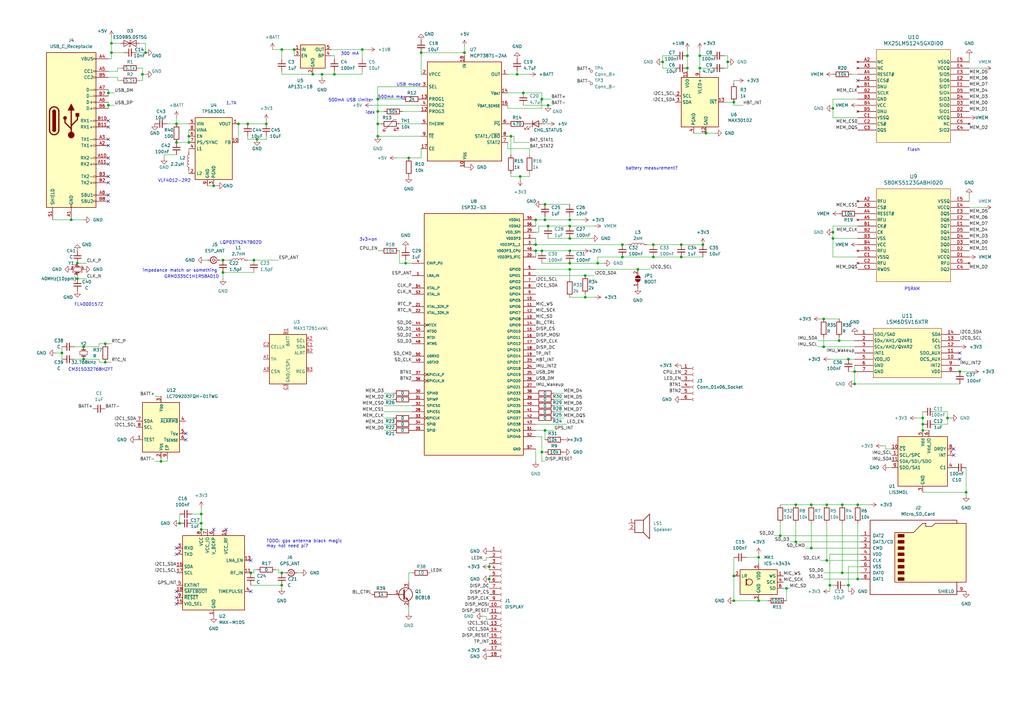
<source format=kicad_sch>
(kicad_sch (version 20230121) (generator eeschema)
  (paper "A3")
  (junction (at 255.27 105.41))
  (junction (at 115.57 240.03))
  (junction (at 25.4 144.78))
  (junction (at 339.09 207.01))
  (junction (at 326.39 222.25))
  (junction (at 233.68 90.17))
  (junction (at 311.15 228.6))
  (junction (at 77.47 58.42))
  (junction (at 219.71 100.33))
  (junction (at 154.94 45.72))
  (junction (at 82.55 210.82))
  (junction (at 45.72 17.78))
  (junction (at 347.98 147.32))
  (junction (at 222.25 102.87))
  (junction (at 190.5 21.59))
  (junction (at 120.65 20.32))
  (junction (at 115.57 20.32))
  (junction (at 378.46 173.99))
  (junction (at 337.82 130.81))
  (junction (at 345.44 207.01))
  (junction (at 261.62 110.49))
  (junction (at 82.55 214.63))
  (junction (at 66.04 189.23))
  (junction (at 388.62 171.45))
  (junction (at 82.55 217.17))
  (junction (at 281.94 27.94))
  (junction (at 43.18 148.59))
  (junction (at 154.94 50.8))
  (junction (at 77.47 55.88))
  (junction (at 166.37 107.95))
  (junction (at 341.63 44.45))
  (junction (at 154.94 55.88))
  (junction (at 115.57 234.95))
  (junction (at 298.45 25.4))
  (junction (at 240.03 121.92))
  (junction (at 45.72 21.59))
  (junction (at 222.25 40.64))
  (junction (at 31.75 114.3))
  (junction (at 200.66 237.49))
  (junction (at 29.21 90.17))
  (junction (at 300.99 236.22))
  (junction (at 340.36 240.03))
  (junction (at 212.09 30.48))
  (junction (at 271.78 25.4))
  (junction (at 31.75 107.95))
  (junction (at 44.45 38.1))
  (junction (at 219.71 90.17))
  (junction (at 97.79 50.8))
  (junction (at 104.14 106.68))
  (junction (at 326.39 207.01))
  (junction (at 396.24 201.93))
  (junction (at 345.44 234.95))
  (junction (at 209.55 55.88))
  (junction (at 300.99 41.91))
  (junction (at 267.97 100.33))
  (junction (at 332.74 207.01))
  (junction (at 233.68 102.87))
  (junction (at 233.68 107.95))
  (junction (at 255.27 100.33))
  (junction (at 44.45 43.18))
  (junction (at 279.4 105.41))
  (junction (at 154.94 40.64))
  (junction (at 34.29 147.32))
  (junction (at 344.17 139.7))
  (junction (at 224.79 43.18))
  (junction (at 223.52 83.82))
  (junction (at 223.52 176.53))
  (junction (at 105.41 57.15))
  (junction (at 378.46 176.53))
  (junction (at 287.02 22.86))
  (junction (at 167.64 64.77))
  (junction (at 137.16 30.48))
  (junction (at 351.79 237.49))
  (junction (at 222.25 185.42))
  (junction (at 72.39 50.8))
  (junction (at 378.46 171.45))
  (junction (at 350.52 157.48))
  (junction (at 287.02 27.94))
  (junction (at 34.29 142.24))
  (junction (at 341.63 97.79))
  (junction (at 289.56 54.61))
  (junction (at 347.98 240.03))
  (junction (at 219.71 102.87))
  (junction (at 214.63 38.1))
  (junction (at 91.44 106.68))
  (junction (at 233.68 110.49))
  (junction (at 281.94 22.86))
  (junction (at 200.66 232.41))
  (junction (at 148.59 20.32))
  (junction (at 58.42 30.48))
  (junction (at 59.69 21.59))
  (junction (at 213.36 72.39))
  (junction (at 350.52 152.4))
  (junction (at 43.18 140.97))
  (junction (at 73.66 214.63))
  (junction (at 339.09 229.87))
  (junction (at 332.74 224.79))
  (junction (at 223.52 90.17))
  (junction (at 267.97 105.41))
  (junction (at 109.22 50.8))
  (junction (at 240.03 113.03))
  (junction (at 172.72 21.59))
  (junction (at 279.4 100.33))
  (junction (at 72.39 58.42))
  (junction (at 337.82 142.24))
  (junction (at 322.58 241.3))
  (junction (at 224.79 92.71))
  (junction (at 245.11 107.95))
  (junction (at 128.27 30.48))
  (junction (at 87.63 76.2))
  (junction (at 341.63 95.25))
  (junction (at 233.68 97.79))
  (junction (at 101.6 50.8))
  (junction (at 351.79 207.01))
  (junction (at 102.87 234.95))
  (junction (at 300.99 246.38))
  (junction (at 393.7 152.4))
  (junction (at 320.04 219.71))
  (junction (at 91.44 111.76))
  (junction (at 288.29 100.33))
  (junction (at 132.08 30.48))
  (junction (at 233.68 92.71))
  (junction (at 311.15 246.38))
  (no_connect (at 44.45 82.55))
  (no_connect (at 102.87 229.87))
  (no_connect (at 393.7 144.78))
  (no_connect (at 351.79 33.02))
  (no_connect (at 44.45 57.15))
  (no_connect (at 72.39 242.57))
  (no_connect (at 391.16 184.15))
  (no_connect (at 72.39 227.33))
  (no_connect (at 72.39 245.11))
  (no_connect (at 92.71 217.17))
  (no_connect (at 391.16 186.69))
  (no_connect (at 393.7 147.32))
  (no_connect (at 44.45 59.69))
  (no_connect (at 44.45 74.93))
  (no_connect (at 44.45 80.01))
  (no_connect (at 72.39 247.65))
  (no_connect (at 87.63 217.17))
  (no_connect (at 44.45 49.53))
  (no_connect (at 44.45 67.31))
  (no_connect (at 44.45 72.39))
  (no_connect (at 44.45 52.07))
  (no_connect (at 76.2 177.8))
  (no_connect (at 102.87 242.57))
  (no_connect (at 44.45 64.77))
  (no_connect (at 76.2 180.34))
  (no_connect (at 72.39 224.79))
  (wire (pts (xy 292.1 22.86) (xy 287.02 22.86)))
  (wire (pts (xy 397.51 80.01) (xy 397.51 82.55)))
  (wire (pts (xy 123.19 234.95) (xy 121.92 234.95)))
  (wire (pts (xy 271.78 22.86) (xy 271.78 25.4)))
  (wire (pts (xy 298.45 22.86) (xy 297.18 22.86)))
  (wire (pts (xy 222.25 38.1) (xy 214.63 38.1)))
  (wire (pts (xy 300.99 236.22) (xy 300.99 246.38)))
  (wire (pts (xy 240.03 120.65) (xy 240.03 121.92)))
  (wire (pts (xy 105.41 233.68) (xy 104.14 233.68)))
  (wire (pts (xy 378.46 171.45) (xy 378.46 168.91)))
  (wire (pts (xy 341.63 105.41) (xy 341.63 97.79)))
  (wire (pts (xy 43.18 140.97) (xy 40.64 140.97)))
  (wire (pts (xy 219.71 97.79) (xy 219.71 100.33)))
  (wire (pts (xy 199.39 229.87) (xy 199.39 228.6)))
  (wire (pts (xy 222.25 83.82) (xy 223.52 83.82)))
  (wire (pts (xy 223.52 185.42) (xy 222.25 185.42)))
  (wire (pts (xy 311.15 246.38) (xy 300.99 246.38)))
  (wire (pts (xy 267.97 100.33) (xy 279.4 100.33)))
  (wire (pts (xy 115.57 30.48) (xy 128.27 30.48)))
  (wire (pts (xy 104.14 106.68) (xy 114.3 106.68)))
  (wire (pts (xy 353.06 234.95) (xy 345.44 234.95)))
  (wire (pts (xy 353.06 232.41) (xy 347.98 232.41)))
  (wire (pts (xy 148.59 20.32) (xy 148.59 24.13)))
  (wire (pts (xy 383.54 168.91) (xy 388.62 168.91)))
  (wire (pts (xy 298.45 27.94) (xy 298.45 25.4)))
  (wire (pts (xy 341.63 44.45) (xy 341.63 48.26)))
  (wire (pts (xy 48.26 31.75) (xy 44.45 31.75)))
  (wire (pts (xy 261.62 110.49) (xy 266.7 110.49)))
  (wire (pts (xy 311.15 228.6) (xy 311.15 231.14)))
  (wire (pts (xy 222.25 189.23) (xy 222.25 185.42)))
  (wire (pts (xy 378.46 171.45) (xy 378.46 173.99)))
  (wire (pts (xy 292.1 27.94) (xy 287.02 27.94)))
  (wire (pts (xy 217.17 72.39) (xy 217.17 71.12)))
  (wire (pts (xy 347.98 147.32) (xy 350.52 147.32)))
  (wire (pts (xy 166.37 107.95) (xy 168.91 107.95)))
  (wire (pts (xy 21.59 90.17) (xy 29.21 90.17)))
  (wire (pts (xy 323.85 222.25) (xy 326.39 222.25)))
  (wire (pts (xy 135.89 20.32) (xy 148.59 20.32)))
  (wire (pts (xy 48.26 27.94) (xy 48.26 29.21)))
  (wire (pts (xy 341.63 92.71) (xy 351.79 92.71)))
  (wire (pts (xy 191.77 68.58) (xy 190.5 68.58)))
  (wire (pts (xy 200.66 237.49) (xy 200.66 238.76)))
  (wire (pts (xy 267.97 105.41) (xy 279.4 105.41)))
  (wire (pts (xy 82.55 208.28) (xy 82.55 210.82)))
  (wire (pts (xy 378.46 201.93) (xy 396.24 201.93)))
  (wire (pts (xy 59.69 17.78) (xy 59.69 21.59)))
  (wire (pts (xy 340.36 240.03) (xy 341.63 240.03)))
  (wire (pts (xy 91.44 111.76) (xy 91.44 114.3)))
  (wire (pts (xy 78.74 210.82) (xy 82.55 210.82)))
  (wire (pts (xy 364.49 191.77) (xy 365.76 191.77)))
  (wire (pts (xy 233.68 110.49) (xy 219.71 110.49)))
  (wire (pts (xy 219.71 176.53) (xy 223.52 176.53)))
  (wire (pts (xy 199.39 254) (xy 200.66 254)))
  (wire (pts (xy 58.42 27.94) (xy 57.15 27.94)))
  (wire (pts (xy 137.16 22.86) (xy 135.89 22.86)))
  (wire (pts (xy 351.79 105.41) (xy 341.63 105.41)))
  (wire (pts (xy 340.36 147.32) (xy 347.98 147.32)))
  (wire (pts (xy 326.39 214.63) (xy 326.39 222.25)))
  (wire (pts (xy 356.87 207.01) (xy 351.79 207.01)))
  (wire (pts (xy 233.68 92.71) (xy 243.84 92.71)))
  (wire (pts (xy 154.94 102.87) (xy 156.21 102.87)))
  (wire (pts (xy 223.52 88.9) (xy 223.52 90.17)))
  (wire (pts (xy 200.66 237.49) (xy 200.66 236.22)))
  (wire (pts (xy 337.82 142.24) (xy 350.52 142.24)))
  (wire (pts (xy 363.22 182.88) (xy 363.22 184.15)))
  (wire (pts (xy 165.1 45.72) (xy 172.72 45.72)))
  (wire (pts (xy 113.03 233.68) (xy 114.3 233.68)))
  (wire (pts (xy 287.02 22.86) (xy 287.02 27.94)))
  (wire (pts (xy 276.86 22.86) (xy 271.78 22.86)))
  (wire (pts (xy 167.64 251.46) (xy 167.64 248.92)))
  (wire (pts (xy 40.64 142.24) (xy 34.29 142.24)))
  (wire (pts (xy 298.45 25.4) (xy 298.45 22.86)))
  (wire (pts (xy 339.09 207.01) (xy 345.44 207.01)))
  (wire (pts (xy 67.31 63.5) (xy 72.39 63.5)))
  (wire (pts (xy 208.28 60.96) (xy 217.17 60.96)))
  (wire (pts (xy 289.56 54.61) (xy 284.48 54.61)))
  (wire (pts (xy 231.14 171.45) (xy 227.33 171.45)))
  (wire (pts (xy 82.55 214.63) (xy 82.55 217.17)))
  (wire (pts (xy 224.79 92.71) (xy 233.68 92.71)))
  (wire (pts (xy 231.14 163.83) (xy 227.33 163.83)))
  (wire (pts (xy 287.02 20.32) (xy 287.02 22.86)))
  (wire (pts (xy 281.94 27.94) (xy 281.94 22.86)))
  (wire (pts (xy 157.48 163.83) (xy 161.29 163.83)))
  (wire (pts (xy 341.63 97.79) (xy 341.63 95.25)))
  (wire (pts (xy 281.94 29.21) (xy 281.94 27.94)))
  (wire (pts (xy 233.68 90.17) (xy 238.76 90.17)))
  (wire (pts (xy 104.14 234.95) (xy 102.87 234.95)))
  (wire (pts (xy 200.66 231.14) (xy 200.66 232.41)))
  (wire (pts (xy 91.44 111.76) (xy 104.14 111.76)))
  (wire (pts (xy 22.86 144.78) (xy 25.4 144.78)))
  (wire (pts (xy 44.45 43.18) (xy 46.99 43.18)))
  (wire (pts (xy 137.16 30.48) (xy 148.59 30.48)))
  (wire (pts (xy 97.79 50.8) (xy 101.6 50.8)))
  (wire (pts (xy 393.7 157.48) (xy 350.52 157.48)))
  (wire (pts (xy 172.72 21.59) (xy 190.5 21.59)))
  (wire (pts (xy 240.03 113.03) (xy 219.71 113.03)))
  (wire (pts (xy 209.55 72.39) (xy 213.36 72.39)))
  (wire (pts (xy 208.28 44.45) (xy 222.25 44.45)))
  (wire (pts (xy 335.28 139.7) (xy 344.17 139.7)))
  (wire (pts (xy 219.71 100.33) (xy 255.27 100.33)))
  (wire (pts (xy 132.08 30.48) (xy 128.27 30.48)))
  (wire (pts (xy 157.48 161.29) (xy 161.29 161.29)))
  (wire (pts (xy 63.5 162.56) (xy 66.04 162.56)))
  (wire (pts (xy 82.55 217.17) (xy 85.09 217.17)))
  (wire (pts (xy 247.65 107.95) (xy 245.11 107.95)))
  (wire (pts (xy 40.64 140.97) (xy 40.64 142.24)))
  (wire (pts (xy 167.64 234.95) (xy 167.64 238.76)))
  (wire (pts (xy 44.45 38.1) (xy 44.45 39.37)))
  (wire (pts (xy 115.57 29.21) (xy 115.57 30.48)))
  (wire (pts (xy 44.45 38.1) (xy 46.99 38.1)))
  (wire (pts (xy 233.68 121.92) (xy 240.03 121.92)))
  (wire (pts (xy 44.45 41.91) (xy 44.45 43.18)))
  (wire (pts (xy 326.39 222.25) (xy 353.06 222.25)))
  (wire (pts (xy 222.25 40.64) (xy 226.06 40.64)))
  (wire (pts (xy 403.86 85.09) (xy 397.51 85.09)))
  (wire (pts (xy 157.48 171.45) (xy 161.29 171.45)))
  (wire (pts (xy 339.09 214.63) (xy 339.09 229.87)))
  (wire (pts (xy 49.53 27.94) (xy 48.26 27.94)))
  (wire (pts (xy 245.11 105.41) (xy 255.27 105.41)))
  (wire (pts (xy 200.66 232.41) (xy 200.66 233.68)))
  (wire (pts (xy 82.55 210.82) (xy 82.55 214.63)))
  (wire (pts (xy 219.71 102.87) (xy 222.25 102.87)))
  (wire (pts (xy 396.24 203.2) (xy 396.24 201.93)))
  (wire (pts (xy 48.26 29.21) (xy 44.45 29.21)))
  (wire (pts (xy 157.48 176.53) (xy 161.29 176.53)))
  (wire (pts (xy 340.36 227.33) (xy 340.36 240.03)))
  (wire (pts (xy 45.72 21.59) (xy 50.8 21.59)))
  (wire (pts (xy 300.99 43.18) (xy 300.99 41.91)))
  (wire (pts (xy 114.3 233.68) (xy 114.3 234.95)))
  (wire (pts (xy 344.17 139.7) (xy 350.52 139.7)))
  (wire (pts (xy 231.14 168.91) (xy 227.33 168.91)))
  (wire (pts (xy 255.27 100.33) (xy 257.81 100.33)))
  (wire (pts (xy 59.69 30.48) (xy 58.42 30.48)))
  (wire (pts (xy 222.25 40.64) (xy 222.25 38.1)))
  (wire (pts (xy 214.63 43.18) (xy 224.79 43.18)))
  (wire (pts (xy 219.71 189.23) (xy 219.71 184.15)))
  (wire (pts (xy 300.99 41.91) (xy 297.18 41.91)))
  (wire (pts (xy 311.15 227.33) (xy 311.15 228.6)))
  (wire (pts (xy 115.57 240.03) (xy 115.57 241.3)))
  (wire (pts (xy 93.98 106.68) (xy 91.44 106.68)))
  (wire (pts (xy 34.29 90.17) (xy 29.21 90.17)))
  (wire (pts (xy 350.52 152.4) (xy 350.52 157.48)))
  (wire (pts (xy 48.26 33.02) (xy 48.26 31.75)))
  (wire (pts (xy 279.4 105.41) (xy 288.29 105.41)))
  (wire (pts (xy 337.82 130.81) (xy 344.17 130.81)))
  (wire (pts (xy 101.6 57.15) (xy 105.41 57.15)))
  (wire (pts (xy 222.25 107.95) (xy 233.68 107.95)))
  (wire (pts (xy 317.5 219.71) (xy 320.04 219.71)))
  (wire (pts (xy 341.63 97.79) (xy 351.79 97.79)))
  (wire (pts (xy 337.82 138.43) (xy 337.82 142.24)))
  (wire (pts (xy 306.07 228.6) (xy 311.15 228.6)))
  (wire (pts (xy 72.39 58.42) (xy 77.47 58.42)))
  (wire (pts (xy 43.18 148.59) (xy 40.64 148.59)))
  (wire (pts (xy 326.39 207.01) (xy 332.74 207.01)))
  (wire (pts (xy 154.94 35.56) (xy 172.72 35.56)))
  (wire (pts (xy 154.94 50.8) (xy 154.94 55.88)))
  (wire (pts (xy 337.82 234.95) (xy 345.44 234.95)))
  (wire (pts (xy 31.75 114.3) (xy 31.75 113.03)))
  (wire (pts (xy 220.98 95.25) (xy 220.98 92.71)))
  (wire (pts (xy 279.4 149.86) (xy 279.4 151.13)))
  (wire (pts (xy 345.44 214.63) (xy 345.44 234.95)))
  (wire (pts (xy 287.02 27.94) (xy 287.02 29.21)))
  (wire (pts (xy 58.42 27.94) (xy 58.42 30.48)))
  (wire (pts (xy 240.03 121.92) (xy 243.84 121.92)))
  (wire (pts (xy 163.83 107.95) (xy 166.37 107.95)))
  (wire (pts (xy 137.16 29.21) (xy 137.16 30.48)))
  (wire (pts (xy 222.25 102.87) (xy 233.68 102.87)))
  (wire (pts (xy 132.08 31.75) (xy 132.08 30.48)))
  (wire (pts (xy 77.47 55.88) (xy 77.47 58.42)))
  (wire (pts (xy 320.04 207.01) (xy 326.39 207.01)))
  (wire (pts (xy 57.15 17.78) (xy 59.69 17.78)))
  (wire (pts (xy 265.43 100.33) (xy 267.97 100.33)))
  (wire (pts (xy 223.52 176.53) (xy 223.52 180.34)))
  (wire (pts (xy 154.94 40.64) (xy 154.94 45.72)))
  (wire (pts (xy 163.83 50.8) (xy 172.72 50.8)))
  (wire (pts (xy 30.48 147.32) (xy 34.29 147.32)))
  (wire (pts (xy 90.17 106.68) (xy 91.44 106.68)))
  (wire (pts (xy 68.58 189.23) (xy 66.04 189.23)))
  (wire (pts (xy 341.63 44.45) (xy 341.63 40.64)))
  (wire (pts (xy 222.25 44.45) (xy 222.25 40.64)))
  (wire (pts (xy 271.78 25.4) (xy 271.78 27.94)))
  (wire (pts (xy 58.42 33.02) (xy 57.15 33.02)))
  (wire (pts (xy 45.72 17.78) (xy 49.53 17.78)))
  (wire (pts (xy 231.14 161.29) (xy 227.33 161.29)))
  (wire (pts (xy 297.18 27.94) (xy 298.45 27.94)))
  (wire (pts (xy 232.41 173.99) (xy 219.71 173.99)))
  (wire (pts (xy 336.55 130.81) (xy 337.82 130.81)))
  (wire (pts (xy 336.55 229.87) (xy 339.09 229.87)))
  (wire (pts (xy 304.8 43.18) (xy 300.99 43.18)))
  (wire (pts (xy 78.74 214.63) (xy 82.55 214.63)))
  (wire (pts (xy 40.64 147.32) (xy 34.29 147.32)))
  (wire (pts (xy 349.25 30.48) (xy 351.79 30.48)))
  (wire (pts (xy 351.79 214.63) (xy 351.79 237.49)))
  (wire (pts (xy 293.37 54.61) (xy 289.56 54.61)))
  (wire (pts (xy 167.64 64.77) (xy 172.72 64.77)))
  (wire (pts (xy 378.46 173.99) (xy 378.46 176.53)))
  (wire (pts (xy 332.74 207.01) (xy 339.09 207.01)))
  (wire (pts (xy 361.95 182.88) (xy 363.22 182.88)))
  (wire (pts (xy 388.62 171.45) (xy 388.62 173.99)))
  (wire (pts (xy 341.63 95.25) (xy 341.63 92.71)))
  (wire (pts (xy 152.4 43.18) (xy 172.72 43.18)))
  (wire (pts (xy 111.76 20.32) (xy 115.57 20.32)))
  (wire (pts (xy 344.17 138.43) (xy 344.17 139.7)))
  (wire (pts (xy 223.52 176.53) (xy 227.33 176.53)))
  (wire (pts (xy 388.62 168.91) (xy 388.62 171.45)))
  (wire (pts (xy 44.45 43.18) (xy 44.45 44.45)))
  (wire (pts (xy 45.72 15.24) (xy 45.72 17.78)))
  (wire (pts (xy 49.53 33.02) (xy 48.26 33.02)))
  (wire (pts (xy 198.12 252.73) (xy 199.39 252.73)))
  (wire (pts (xy 223.52 50.8) (xy 224.79 50.8)))
  (wire (pts (xy 212.09 29.21) (xy 212.09 30.48)))
  (wire (pts (xy 388.62 173.99) (xy 383.54 173.99)))
  (wire (pts (xy 35.56 107.95) (xy 31.75 107.95)))
  (wire (pts (xy 63.5 189.23) (xy 66.04 189.23)))
  (wire (pts (xy 322.58 241.3) (xy 322.58 246.38)))
  (wire (pts (xy 223.52 90.17) (xy 219.71 90.17)))
  (wire (pts (xy 351.79 237.49) (xy 337.82 237.49)))
  (wire (pts (xy 209.55 55.88) (xy 210.82 55.88)))
  (wire (pts (xy 97.79 50.8) (xy 97.79 58.42)))
  (wire (pts (xy 208.28 58.42) (xy 208.28 60.96)))
  (wire (pts (xy 115.57 240.03) (xy 102.87 240.03)))
  (wire (pts (xy 223.52 90.17) (xy 233.68 90.17)))
  (wire (pts (xy 120.65 20.32) (xy 120.65 22.86)))
  (wire (pts (xy 219.71 105.41) (xy 219.71 102.87)))
  (wire (pts (xy 45.72 148.59) (xy 43.18 148.59)))
  (wire (pts (xy 190.5 21.59) (xy 190.5 22.86)))
  (wire (pts (xy 213.36 73.66) (xy 213.36 72.39)))
  (wire (pts (xy 233.68 110.49) (xy 261.62 110.49)))
  (wire (pts (xy 208.28 55.88) (xy 209.55 55.88)))
  (wire (pts (xy 115.57 24.13) (xy 115.57 20.32)))
  (wire (pts (xy 397.51 22.86) (xy 397.51 25.4)))
  (wire (pts (xy 322.58 241.3) (xy 323.85 241.3)))
  (wire (pts (xy 219.71 90.17) (xy 219.71 92.71)))
  (wire (pts (xy 157.48 166.37) (xy 168.91 166.37)))
  (wire (pts (xy 109.22 57.15) (xy 109.22 55.88)))
  (wire (pts (xy 58.42 30.48) (xy 58.42 33.02)))
  (wire (pts (xy 109.22 49.53) (xy 109.22 50.8)))
  (wire (pts (xy 190.5 19.05) (xy 190.5 21.59)))
  (wire (pts (xy 350.52 149.86) (xy 350.52 152.4)))
  (wire (pts (xy 73.66 210.82) (xy 73.66 214.63)))
  (wire (pts (xy 233.68 88.9) (xy 233.68 90.17)))
  (wire (pts (xy 77.47 71.12) (xy 77.47 69.85)))
  (wire (pts (xy 233.68 102.87) (xy 238.76 102.87)))
  (wire (pts (xy 45.72 21.59) (xy 45.72 24.13)))
  (wire (pts (xy 148.59 20.32) (xy 151.13 20.32)))
  (wire (pts (xy 330.2 224.79) (xy 332.74 224.79)))
  (wire (pts (xy 101.6 50.8) (xy 109.22 50.8)))
  (wire (pts (xy 148.59 29.21) (xy 148.59 30.48)))
  (wire (pts (xy 199.39 228.6) (xy 200.66 228.6)))
  (wire (pts (xy 25.4 144.78) (xy 25.4 147.32)))
  (wire (pts (xy 45.72 17.78) (xy 45.72 21.59)))
  (wire (pts (xy 353.06 227.33) (xy 340.36 227.33)))
  (wire (pts (xy 166.37 106.68) (xy 166.37 107.95)))
  (wire (pts (xy 208.28 43.18) (xy 208.28 44.45)))
  (wire (pts (xy 223.52 83.82) (xy 233.68 83.82)))
  (wire (pts (xy 363.22 184.15) (xy 365.76 184.15)))
  (wire (pts (xy 389.89 171.45) (xy 388.62 171.45)))
  (wire (pts (xy 115.57 20.32) (xy 120.65 20.32)))
  (wire (pts (xy 66.04 189.23) (xy 66.04 187.96)))
  (wire (pts (xy 45.72 24.13) (xy 44.45 24.13)))
  (wire (pts (xy 77.47 50.8) (xy 72.39 50.8)))
  (wire (pts (xy 104.14 233.68) (xy 104.14 234.95)))
  (wire (pts (xy 105.41 57.15) (xy 109.22 57.15)))
  (wire (pts (xy 212.09 30.48) (xy 208.28 30.48)))
  (wire (pts (xy 231.14 166.37) (xy 227.33 166.37)))
  (wire (pts (xy 210.82 58.42) (xy 217.17 58.42)))
  (wire (pts (xy 213.36 72.39) (xy 217.17 72.39)))
  (wire (pts (xy 45.72 140.97) (xy 43.18 140.97)))
  (wire (pts (xy 101.6 55.88) (xy 101.6 57.15)))
  (wire (pts (xy 222.25 179.07) (xy 222.25 185.42)))
  (wire (pts (xy 353.06 237.49) (xy 351.79 237.49)))
  (wire (pts (xy 25.4 142.24) (xy 25.4 144.78)))
  (wire (pts (xy 233.68 107.95) (xy 245.11 107.95)))
  (wire (pts (xy 378.46 176.53) (xy 381 176.53)))
  (wire (pts (xy 347.98 232.41) (xy 347.98 240.03)))
  (wire (pts (xy 198.12 229.87) (xy 199.39 229.87)))
  (wire (pts (xy 88.9 76.2) (xy 87.63 76.2)))
  (wire (pts (xy 77.47 53.34) (xy 77.47 55.88)))
  (wire (pts (xy 321.31 241.3) (xy 322.58 241.3)))
  (wire (pts (xy 163.83 102.87) (xy 163.83 107.95)))
  (wire (pts (xy 154.94 40.64) (xy 165.1 40.64)))
  (wire (pts (xy 132.08 30.48) (xy 137.16 30.48)))
  (wire (pts (xy 68.58 50.8) (xy 72.39 50.8)))
  (wire (pts (xy 281.94 20.32) (xy 281.94 22.86)))
  (wire (pts (xy 208.28 38.1) (xy 214.63 38.1)))
  (wire (pts (xy 271.78 27.94) (xy 276.86 27.94)))
  (wire (pts (xy 85.09 76.2) (xy 87.63 76.2)))
  (wire (pts (xy 340.36 240.03) (xy 340.36 242.57)))
  (wire (pts (xy 109.22 50.8) (xy 109.22 52.07)))
  (wire (pts (xy 347.98 152.4) (xy 350.52 152.4)))
  (wire (pts (xy 31.75 114.3) (xy 35.56 114.3)))
  (wire (pts (xy 137.16 22.86) (xy 137.16 24.13)))
  (wire (pts (xy 157.48 173.99) (xy 161.29 173.99)))
  (wire (pts (xy 224.79 43.18) (xy 226.06 43.18)))
  (wire (pts (xy 300.99 33.02) (xy 300.99 34.29)))
  (wire (pts (xy 396.24 201.93) (xy 396.24 191.77)))
  (wire (pts (xy 172.72 64.77) (xy 172.72 60.96)))
  (wire (pts (xy 224.79 97.79) (xy 233.68 97.79)))
  (wire (pts (xy 68.58 187.96) (xy 68.58 189.23)))
  (wire (pts (xy 217.17 30.48) (xy 212.09 30.48)))
  (wire (pts (xy 393.7 152.4) (xy 398.78 152.4)))
  (wire (pts (xy 199.39 252.73) (xy 199.39 254)))
  (wire (pts (xy 154.94 55.88) (xy 172.72 55.88)))
  (wire (pts (xy 219.71 179.07) (xy 222.25 179.07)))
  (wire (pts (xy 345.44 207.01) (xy 351.79 207.01)))
  (wire (pts (xy 311.15 246.38) (xy 314.96 246.38)))
  (wire (pts (xy 243.84 113.03) (xy 240.03 113.03)))
  (wire (pts (xy 219.71 95.25) (xy 220.98 95.25)))
  (wire (pts (xy 332.74 214.63) (xy 332.74 224.79)))
  (wire (pts (xy 154.94 45.72) (xy 154.94 50.8)))
  (wire (pts (xy 339.09 229.87) (xy 353.06 229.87)))
  (wire (pts (xy 114.3 234.95) (xy 115.57 234.95)))
  (wire (pts (xy 83.82 106.68) (xy 85.09 106.68)))
  (wire (pts (xy 168.91 234.95) (xy 167.64 234.95)))
  (wire (pts (xy 320.04 219.71) (xy 353.06 219.71)))
  (wire (pts (xy 255.27 105.41) (xy 267.97 105.41)))
  (wire (pts (xy 172.72 21.59) (xy 172.72 30.48)))
  (wire (pts (xy 223.52 189.23) (xy 222.25 189.23)))
  (wire (pts (xy 101.6 106.68) (xy 104.14 106.68)))
  (wire (pts (xy 320.04 214.63) (xy 320.04 219.71)))
  (wire (pts (xy 30.48 142.24) (xy 34.29 142.24)))
  (wire (pts (xy 300.99 33.02) (xy 302.26 33.02)))
  (wire (pts (xy 233.68 110.49) (xy 233.68 114.3)))
  (wire (pts (xy 332.74 224.79) (xy 353.06 224.79)))
  (wire (pts (xy 209.55 72.39) (xy 209.55 71.12)))
  (wire (pts (xy 403.86 27.94) (xy 397.51 27.94)))
  (wire (pts (xy 279.4 100.33) (xy 288.29 100.33)))
  (wire (pts (xy 157.48 168.91) (xy 168.91 168.91)))
  (wire (pts (xy 300.99 228.6) (xy 300.99 236.22)))
  (wire (pts (xy 210.82 55.88) (xy 210.82 58.42)))
  (wire (pts (xy 116.84 234.95) (xy 115.57 234.95)))
  (wire (pts (xy 341.63 40.64) (xy 351.79 40.64)))
  (wire (pts (xy 154.94 45.72) (xy 157.48 45.72)))
  (wire (pts (xy 375.92 171.45) (xy 378.46 171.45)))
  (wire (pts (xy 209.55 55.88) (xy 209.55 63.5)))
  (wire (pts (xy 335.28 142.24) (xy 337.82 142.24)))
  (wire (pts (xy 72.39 50.8) (xy 72.39 48.26)))
  (wire (pts (xy 217.17 60.96) (xy 217.17 63.5)))
  (wire (pts (xy 346.71 240.03) (xy 347.98 240.03)))
  (wire (pts (xy 154.94 50.8) (xy 156.21 50.8)))
  (wire (pts (xy 77.47 60.96) (xy 77.47 62.23)))
  (wire (pts (xy 154.94 35.56) (xy 154.94 40.64)))
  (wire (pts (xy 162.56 64.77) (xy 167.64 64.77)))
  (wire (pts (xy 351.79 48.26) (xy 341.63 48.26)))
  (wire (pts (xy 67.31 64.77) (xy 67.31 63.5)))
  (wire (pts (xy 245.11 105.41) (xy 245.11 107.95)))
  (wire (pts (xy 40.64 148.59) (xy 40.64 147.32)))
  (wire (pts (xy 59.69 21.59) (xy 55.88 21.59)))
  (wire (pts (xy 242.57 97.79) (xy 233.68 97.79)))
  (wire (pts (xy 44.45 36.83) (xy 44.45 38.1)))
  (wire (pts (xy 220.98 92.71) (xy 224.79 92.71)))
  (wire (pts (xy 347.98 240.03) (xy 347.98 242.57)))
  (text "impedance match or something" (at 58.42 111.76 0) (effects (font (size 1.27 1.27)) (justify left bottom)))
  (text "USB mode" (at 162.56 35.56 0) (effects (font (size 1.27 1.27)) (justify left bottom)))
  (text "300 mA" (at 139.7 22.86 0) (effects (font (size 1.27 1.27)) (justify left bottom)))
  (text "TODO: gps antenna black magic\nmay not need pi?" (at 109.22 224.79 0) (effects (font (size 1.27 1.27)) (justify left bottom)))
  (text "CM315D32768HZFT" (at 27.94 152.4 0) (effects (font (size 1.27 1.27)) (justify left bottom)))
  (text "GRM0335C1H1R5BA01D" (at 67.31 114.3 0) (effects (font (size 1.27 1.27)) (justify left bottom)))
  (text "500mA USB limiter\n" (at 134.62 41.91 0) (effects (font (size 1.27 1.27)) (justify left bottom)))
  (text "idek" (at 149.86 46.99 0) (effects (font (size 1.27 1.27)) (justify left bottom)))
  (text "Flash" (at 372.11 62.23 0) (effects (font (size 1.27 1.27)) (justify left bottom)))
  (text "500mA max" (at 154.94 40.64 0) (effects (font (size 1.27 1.27)) (justify left bottom)))
  (text "1.7A" (at 92.71 43.18 0) (effects (font (size 1.27 1.27)) (justify left bottom)))
  (text "VLF4012-2R2" (at 64.77 74.93 0) (effects (font (size 1.27 1.27)) (justify left bottom)))
  (text "3v3=on" (at 147.32 99.06 0) (effects (font (size 1.27 1.27)) (justify left bottom)))
  (text "PSRAM" (at 370.84 119.38 0) (effects (font (size 1.27 1.27)) (justify left bottom)))
  (text "battery measurement?" (at 256.54 69.85 0) (effects (font (size 1.27 1.27)) (justify left bottom)))
  (text "LQP03TN2N7B02D" (at 90.17 100.33 0) (effects (font (size 1.27 1.27)) (justify left bottom)))
  (text "FL4000157Z" (at 30.48 125.73 0) (effects (font (size 1.27 1.27)) (justify left bottom)))
  (label "MEM_D5" (at 231.14 163.83 0))
  (label "BATT-" (at 242.57 34.29 180))
  (label "MEM_D5" (at 397.51 87.63 0))
  (label "MEM_D1" (at 397.51 102.87 0))
  (label "MEM_CS1" (at 157.48 168.91 180))
  (label "MIC_WS" (at 219.71 125.73 0))
  (label "SD_D3" (at 168.91 140.97 180))
  (label "MEM_D2" (at 397.51 110.49 0))
  (label "MEM_D7" (at 397.51 92.71 0))
  (label "MEM_CLK" (at 157.48 171.45 180))
  (label "MIC_SCK" (at 321.31 238.76 0))
  (label "HBT_INT" (at 304.8 43.18 0))
  (label "BATT+" (at 226.06 40.64 0))
  (label "MEM_D3" (at 157.48 161.29 180))
  (label "IMU_Wakeup" (at 350.52 144.78 180))
  (label "I2C0_SDA" (at 243.84 113.03 0))
  (label "MEM_D1" (at 397.51 45.72 0))
  (label "BATT-" (at 226.06 43.18 0))
  (label "MEM_D0" (at 397.51 100.33 0))
  (label "I2C1_SDA" (at 276.86 41.91 180))
  (label "BTN2" (at 168.91 156.21 180))
  (label "BTN2" (at 279.4 161.29 180))
  (label "USB_DP" (at 46.99 43.18 0))
  (label "BTN1" (at 279.4 158.75 180))
  (label "IMU_SDA" (at 365.76 189.23 180))
  (label "MEM_D6" (at 397.51 33.02 0))
  (label "I2C1_SDA" (at 55.88 172.72 180))
  (label "SD_D1" (at 168.91 135.89 180))
  (label "DISP_MOSI" (at 200.66 248.92 180))
  (label "DISP_MOSI" (at 219.71 138.43 0))
  (label "CLK_P" (at 168.91 118.11 180))
  (label "MIC_SD" (at 323.85 241.3 0))
  (label "MIC_WS" (at 321.31 236.22 0))
  (label "I2C0_SDA" (at 393.7 137.16 0))
  (label "BATT-" (at 43.18 167.64 0))
  (label "CPU_EN" (at 154.94 102.87 180))
  (label "MEM_D7" (at 397.51 35.56 0))
  (label "TP_INT" (at 219.71 146.05 0))
  (label "I2C0_SCL" (at 393.7 139.7 0))
  (label "I2C1_SCL" (at 55.88 175.26 180))
  (label "DISP_RESET" (at 223.52 189.23 0))
  (label "MEM_D7" (at 231.14 168.91 0))
  (label "SD_D0" (at 168.91 133.35 180))
  (label "MEM_D6" (at 231.14 166.37 0))
  (label "MEM_CS1" (at 351.79 85.09 180))
  (label "DISP_CS" (at 200.66 243.84 180))
  (label "BL_CTRL" (at 152.4 243.84 180))
  (label "GPS_INT" (at 227.33 176.53 0))
  (label "CLK_N" (at 35.56 114.3 0))
  (label "IMU_INT2" (at 219.71 151.13 0))
  (label "MEM_CS0" (at 351.79 50.8 180))
  (label "IMU_SCL" (at 365.76 186.69 180))
  (label "DISP_RESET" (at 200.66 251.46 180))
  (label "MEM_DQS" (at 231.14 171.45 0))
  (label "MEM_CLK" (at 351.79 95.25 180))
  (label "BTN1" (at 168.91 153.67 180))
  (label "MEM_D0" (at 397.51 43.18 0))
  (label "RTC_N" (at 45.72 148.59 0))
  (label "MEM_CS0" (at 157.48 166.37 180))
  (label "MEM_D5" (at 397.51 30.48 0))
  (label "BAT_STAT1" (at 217.17 58.42 0))
  (label "MEM_D6" (at 397.51 90.17 0))
  (label "DISP_CLK" (at 200.66 246.38 180))
  (label "SD_CLK" (at 168.91 148.59 180))
  (label "ESP_ANT" (at 114.3 106.68 0))
  (label "SD_D2" (at 317.5 219.71 180))
  (label "MEM_CLK" (at 351.79 38.1 180))
  (label "SD_CMD" (at 168.91 146.05 180))
  (label "I2C1_SDA" (at 72.39 232.41 180))
  (label "MEM_D2" (at 397.51 53.34 0))
  (label "MEM_D3" (at 397.51 97.79 0))
  (label "LEDK" (at 198.12 229.87 180))
  (label "MEM_DQS" (at 351.79 110.49 180))
  (label "DISP_DC" (at 200.66 241.3 180))
  (label "BAT_STAT2" (at 217.17 60.96 0))
  (label "USB_DM" (at 219.71 153.67 0))
  (label "LED_EN" (at 232.41 173.99 0))
  (label "I2C1_SCL" (at 200.66 256.54 180))
  (label "BL_CTRL" (at 219.71 133.35 0))
  (label "SD_CMD" (at 330.2 224.79 180))
  (label "IMU_Wakeup" (at 219.71 158.75 0))
  (label "MEM_D3" (at 397.51 40.64 0))
  (label "DISP_DC" (at 219.71 143.51 0))
  (label "MEM_D4" (at 231.14 161.29 0))
  (label "TP_INT" (at 200.66 264.16 180))
  (label "USB_DM" (at 46.99 38.1 0))
  (label "BATT+" (at 38.1 167.64 180))
  (label "IMU_INT2" (at 393.7 149.86 0))
  (label "I2C1_SDA" (at 219.71 118.11 0))
  (label "I2C1_SCL" (at 72.39 234.95 180))
  (label "BATT+" (at 63.5 162.56 180))
  (label "SD_D2" (at 168.91 138.43 180))
  (label "ESP_ANT" (at 168.91 113.03 180))
  (label "SD_D1" (at 337.82 237.49 180))
  (label "MEM_D4" (at 397.51 38.1 0))
  (label "DISP_CS" (at 219.71 135.89 0))
  (label "MEM_DQS" (at 351.79 53.34 180))
  (label "I2C0_SCL" (at 266.7 110.49 0))
  (label "DISP_CLK" (at 219.71 140.97 0))
  (label "GPS_INT" (at 72.39 240.03 180))
  (label "IMU_SDA" (at 335.28 139.7 180))
  (label "LEDK" (at 176.53 234.95 0))
  (label "SD_CLK" (at 336.55 229.87 180))
  (label "IMU_SCL" (at 335.28 142.24 180))
  (label "RTC_P" (at 45.72 140.97 0))
  (label "CLK_N" (at 168.91 120.65 180))
  (label "HBT_INT" (at 219.71 148.59 0))
  (label "MEM_D0" (at 157.48 176.53 180))
  (label "MEM_D4" (at 397.51 95.25 0))
  (label "MEM_D1" (at 157.48 173.99 180))
  (label "I2C1_SCL" (at 219.71 115.57 0))
  (label "I2C1_SDA" (at 200.66 259.08 180))
  (label "SD_D3" (at 323.85 222.25 180))
  (label "LED_EN" (at 279.4 156.21 180))
  (label "BATT+" (at 242.57 29.21 180))
  (label "I2C1_SCL" (at 276.86 39.37 180))
  (label "CLK_P" (at 35.56 107.95 0))
  (label "MIC_SD" (at 219.71 130.81 0))
  (label "MIC_SCK" (at 219.71 128.27 0))
  (label "RTC_P" (at 168.91 125.73 180))
  (label "DISP_RESET" (at 200.66 261.62 180))
  (label "MEM_D2" (at 157.48 163.83 180))
  (label "CPU_EN" (at 279.4 153.67 180))
  (label "SD_D0" (at 337.82 234.95 180))
  (label "RTC_N" (at 168.91 128.27 180))
  (label "USB_DM" (at 219.71 156.21 0))
  (label "BATT-" (at 63.5 189.23 180))
  (symbol (lib_id "power:GND") (at 231.14 185.42 90) (unit 1)
    (property "Reference" "#PWR027" (effects hide))
    (property "Value" "GND" (at 234.95 185.42 90) (effects (justify right)))
  )
  (symbol (lib_id "power:+3V3") (at 231.14 180.34 270) (unit 1)
    (property "Reference" "#PWR066" (effects hide))
    (property "Value" "+3V3" (at 236.22 180.34 90))
  )
  (symbol (lib_id "Battery_Management:MCP73871-2AA") (at 190.5 45.72 0) (unit 1)
    (property "Reference" "U7" (at 192.6941 20.32 0) (effects (justify left)))
    (property "Value" "MCP73871-2AA" (at 192.6941 22.86 0) (effects (justify left)))
    (property "Footprint" "Package_DFN_QFN:QFN-20-1EP_4x4mm_P0.5mm_EP2.5x2.5mm" (effects hide))
    (property "Datasheet" "http://www.mouser.com/ds/2/268/22090a-52174.pdf" (effects hide))
  )
  (symbol (lib_id "Device:C_Small") (at 223.52 86.36 0) (unit 1)
    (property "Reference" "C25" (at 226.06 85.0963 0) (effects (justify left)))
    (property "Value" "1uF" (at 226.06 87.6363 0) (effects (justify left)))
    (property "Footprint" "Capacitor_SMD:C_0402_1005Metric" (effects hide))
  )
  (symbol (lib_id "power:GND") (at 212.09 24.13 180) (unit 1)
    (property "Reference" "#PWR041" (effects hide))
    (property "Value" "GND" (at 212.09 19.05 0))
  )
  (symbol (lib_id "Device:C_Small") (at 104.14 109.22 0) (unit 1)
    (property "Reference" "C23" (at 106.68 107.9563 0) (effects (justify left)))
    (property "Value" "1.5pF" (at 106.68 110.4963 0) (effects (justify left)))
    (property "Footprint" "Capacitor_SMD:C_0402_1005Metric" (effects hide))
  )
  (symbol (lib_id "Connector:Conn_Coaxial_Small") (at 119.38 234.95 0) (mirror x) (unit 1)
    (property "Reference" "J6" (at 118.8604 228.6 0))
    (property "Value" "GPS_ANT" (at 118.8604 231.14 0))
    (property "Footprint" "Connector_Coaxial:U.FL_Molex_MCRF_73412-0110_Vertical" (effects hide))
    (property "Datasheet" " ~" (effects hide))
  )
  (symbol (lib_id "power:GND") (at 73.66 214.63 270) (unit 1)
    (property "Reference" "#PWR026" (effects hide))
    (property "Value" "GND" (at 69.85 214.63 90) (effects (justify right)))
  )
  (symbol (lib_id "Device:C_Small") (at 214.63 40.64 0) (unit 1)
    (property "Reference" "C20" (at 217.17 39.3763 0) (effects (justify left)))
    (property "Value" "4.7uF" (at 217.17 41.9163 0) (effects (justify left)))
    (property "Footprint" "Capacitor_SMD:C_0603_1608Metric" (effects hide))
  )
  (symbol (lib_id "Device:C_Small") (at 91.44 109.22 0) (unit 1)
    (property "Reference" "C22" (at 93.98 107.9563 0) (effects (justify left)))
    (property "Value" "1.5pF" (at 93.98 110.4963 0) (effects (justify left)))
    (property "Footprint" "Capacitor_SMD:C_0402_1005Metric" (effects hide))
  )
  (symbol (lib_id "Device:C_Small") (at 279.4 102.87 0) (unit 1)
    (property "Reference" "C34" (at 281.94 101.6063 0) (effects (justify left)))
    (property "Value" "1uF" (at 281.94 104.1463 0) (effects (justify left)))
    (property "Footprint" "Capacitor_SMD:C_0402_1005Metric" (effects hide))
  )
  (symbol (lib_id "Device:C_Small") (at 344.17 240.03 270) (unit 1)
    (property "Reference" "C13" (at 344.17 242.57 90))
    (property "Value" "10uF" (at 344.17 245.11 90))
    (property "Footprint" "Capacitor_SMD:C_0402_1005Metric" (effects hide))
  )
  (symbol (lib_id "Device:R") (at 240.03 116.84 0) (unit 1)
    (property "Reference" "R34" (at 241.3 115.57 0) (effects (justify left)))
    (property "Value" "2k" (at 241.3 118.11 0) (effects (justify left)))
    (property "Footprint" "Resistor_SMD:R_0402_1005Metric" (effects hide))
  )
  (symbol (lib_id "Device:C_Small") (at 255.27 102.87 0) (unit 1)
    (property "Reference" "C32" (at 257.81 101.6063 0) (effects (justify left)))
    (property "Value" "100nF" (at 257.81 104.1463 0) (effects (justify left)))
    (property "Footprint" "Capacitor_SMD:C_0201_0603Metric" (effects hide))
  )
  (symbol (lib_id "Device:C_Small") (at 31.75 105.41 180) (unit 1)
    (property "Reference" "C41" (at 29.21 102.87 0))
    (property "Value" "C" (at 29.21 105.41 0))
    (property "Footprint" "Capacitor_SMD:C_0402_1005Metric" (effects hide))
  )
  (symbol (lib_id "Device:C_Small") (at 115.57 237.49 0) (mirror y) (unit 1)
    (property "Reference" "C21" (at 121.92 237.49 0) (effects (justify left)))
    (property "Value" "C" (at 119.38 240.03 0) (effects (justify left)))
    (property "Footprint" "Capacitor_SMD:C_0402_1005Metric" (effects hide))
  )
  (symbol (lib_id "Connector:Conn_01x18_Socket") (at 205.74 246.38 0) (unit 1) (on_board no)
    (property "Reference" "J1" (at 207.01 246.38 0) (effects (justify left)))
    (property "Value" "DISPLAY" (at 207.01 248.92 0) (effects (justify left)))
    (property "Footprint" "Connector_FFC-FPC:TE_1-1734839-8_1x18-1MP_P0.5mm_Horizontal" (effects hide))
  )
  (symbol (lib_id "power:GND") (at 389.89 171.45 90) (unit 1)
    (property "Reference" "#PWR018" (effects hide))
    (property "Value" "GND" (at 393.7 171.45 90) (effects (justify right)))
  )
  (symbol (lib_id "power:VMEM") (at 243.84 92.71 270) (unit 1)
    (property "Reference" "#PWR053" (effects hide))
    (property "Value" "VMEM" (at 247.65 92.71 90) (effects (justify left)))
  )
  (symbol (lib_id "power:VMEM") (at 344.17 87.63 90) (unit 1)
    (property "Reference" "#PWR054" (effects hide))
    (property "Value" "VMEM" (at 340.36 87.63 90) (effects (justify left)))
  )
  (symbol (lib_id "power:+3V3") (at 243.84 121.92 270) (unit 1)
    (property "Reference" "#PWR073" (effects hide))
    (property "Value" "+3V3" (at 247.65 121.92 90) (effects (justify left)))
  )
  (symbol (lib_id "power:+3V3") (at 200.66 232.41 90) (unit 1)
    (property "Reference" "#PWR084" (effects hide))
    (property "Value" "+3V3" (at 196.85 232.41 90) (effects (justify left)))
  )
  (symbol (lib_id "Device:L") (at 97.79 106.68 90) (unit 1)
    (property "Reference" "L1" (at 97.79 101.6 90))
    (property "Value" "2.7nH" (at 97.79 104.14 90))
    (property "Footprint" "Inductor_SMD:L_0402_1005Metric" (effects hide))
  )
  (symbol (lib_id "power:GND") (at 219.71 189.23 0) (unit 1)
    (property "Reference" "#PWR055" (effects hide))
    (property "Value" "GND" (at 219.71 194.31 0))
  )
  (symbol (lib_id "Regulator_Switching:TPS63001") (at 87.63 60.96 0) (unit 1)
    (property "Reference" "U4" (at 87.63 43.18 0))
    (property "Value" "TPS63001" (at 87.63 45.72 0))
    (property "Footprint" "Package_SON:Texas_DRC0010J_ThermalVias" (effects hide))
    (property "Datasheet" "http://www.ti.com/lit/ds/symlink/tps63000.pdf" (effects hide))
  )
  (symbol (lib_id "Transistor_BJT:BC818") (at 165.1 243.84 0) (unit 1)
    (property "Reference" "Q1" (at 170.18 242.57 0) (effects (justify left)))
    (property "Value" "BC818" (at 170.18 245.11 0) (effects (justify left)))
    (property "Footprint" "Package_TO_SOT_SMD:SOT-23" (effects hide))
    (property "Datasheet" "https://www.onsemi.com/pub/Collateral/BC818-D.pdf" (effects hide))
  )
  (symbol (lib_id "Device:R") (at 344.17 134.62 0) (unit 1)
    (property "Reference" "R36" (at 345.44 133.35 0) (effects (justify left)))
    (property "Value" "R" (at 345.44 135.89 0) (effects (justify left)))
    (property "Footprint" "Resistor_SMD:R_0402_1005Metric" (effects hide))
  )
  (symbol (lib_id "Device:R") (at 165.1 161.29 90) (unit 1)
    (property "Reference" "R27" (at 160.02 162.56 90))
    (property "Value" "0" (at 165.1 161.29 90))
    (property "Footprint" "Resistor_SMD:R_0402_1005Metric" (effects hide))
  )
  (symbol (lib_id "Device:R") (at 347.98 87.63 90) (unit 1)
    (property "Reference" "R19" (at 347.98 90.17 90))
    (property "Value" "10k" (at 347.98 87.63 90))
    (property "Footprint" "Resistor_SMD:R_0402_1005Metric" (effects hide))
  )
  (symbol (lib_id "Device:R") (at 172.72 234.95 90) (unit 1)
    (property "Reference" "R38" (at 172.72 232.41 90))
    (property "Value" "10" (at 172.72 234.95 90))
    (property "Footprint" "Resistor_SMD:R_0603_1608Metric" (effects hide))
  )
  (symbol (lib_id "power:+5V") (at 190.5 19.05 0) (unit 1)
    (property "Reference" "#PWR034" (effects hide))
    (property "Value" "+5V" (at 190.5 13.97 0))
  )
  (symbol (lib_id "power:VMEM") (at 397.51 48.26 270) (unit 1)
    (property "Reference" "#PWR064" (effects hide))
    (property "Value" "VMEM" (at 400.05 48.26 90) (effects (justify left)))
  )
  (symbol (lib_id "power:GND") (at 34.29 110.49 90) (unit 1)
    (property "Reference" "#PWR080" (effects hide))
    (property "Value" "GND" (at 38.1 110.49 90) (effects (justify right)))
  )
  (symbol (lib_id "Device:R") (at 223.52 171.45 270) (mirror x) (unit 1)
    (property "Reference" "R24" (at 228.6 172.72 90))
    (property "Value" "0" (at 223.52 171.45 90))
    (property "Footprint" "Resistor_SMD:R_0402_1005Metric" (effects hide))
  )
  (symbol (lib_id "Device:R") (at 165.1 171.45 90) (unit 1)
    (property "Reference" "R23" (at 160.02 172.72 90))
    (property "Value" "0" (at 165.1 171.45 90))
    (property "Footprint" "Resistor_SMD:R_0402_1005Metric" (effects hide))
  )
  (symbol (lib_id "power:VMEM") (at 341.63 30.48 90) (unit 1)
    (property "Reference" "#PWR060" (effects hide))
    (property "Value" "VMEM" (at 337.82 30.48 90) (effects (justify left)))
  )
  (symbol (lib_id "Connector:TestPoint_Small") (at 242.57 29.21 0) (unit 1)
    (property "Reference" "TP4" (at 243.84 27.94 0) (effects (justify left)))
    (property "Value" "Conn_B+" (at 243.84 30.48 0) (effects (justify left)))
    (property "Footprint" "TestPoint:TestPoint_Pad_D2.5mm" (effects hide))
  )
  (symbol (lib_id "power:VMEM") (at 351.79 100.33 90) (unit 1)
    (property "Reference" "#PWR059" (effects hide))
    (property "Value" "VMEM" (at 347.98 100.33 90) (effects (justify left)))
  )
  (symbol (lib_id "Device:L") (at 261.62 100.33 90) (unit 1)
    (property "Reference" "L3" (at 261.62 95.25 90))
    (property "Value" "2nH" (at 261.62 97.79 90))
    (property "Footprint" "Inductor_SMD:L_0402_1005Metric" (effects hide))
  )
  (symbol (lib_id "power:GND") (at 59.69 21.59 90) (unit 1)
    (property "Reference" "#PWR028" (effects hide))
    (property "Value" "GND" (at 62.23 22.86 90) (effects (justify right)))
  )
  (symbol (lib_id "power:+3V3") (at 213.36 73.66 180) (unit 1)
    (property "Reference" "#PWR039" (effects hide))
    (property "Value" "+3V3" (at 213.36 78.74 0))
  )
  (symbol (lib_id "Device:R") (at 300.99 38.1 180) (unit 1)
    (property "Reference" "R3" (at 303.53 36.83 0) (effects (justify right)))
    (property "Value" "1k" (at 303.53 39.37 0) (effects (justify right)))
    (property "Footprint" "Resistor_SMD:R_0402_1005Metric" (effects hide))
  )
  (symbol (lib_id "power:GND") (at 200.66 237.49 270) (unit 1)
    (property "Reference" "#PWR085" (effects hide))
    (property "Value" "GND" (at 196.85 237.49 90) (effects (justify right)))
  )
  (symbol (lib_id "Device:C_Small") (at 76.2 214.63 90) (unit 1)
    (property "Reference" "C17" (at 80.01 213.36 90))
    (property "Value" "1uF" (at 80.01 215.9 90))
    (property "Footprint" "Capacitor_SMD:C_0402_1005Metric" (effects hide))
  )
  (symbol (lib_id "power:GND") (at 63.5 50.8 0) (unit 1)
    (property "Reference" "#PWR092" (effects hide))
    (property "Value" "GND" (at 63.5 54.61 0))
  )
  (symbol (lib_id "Device:R") (at 43.18 144.78 0) (unit 1)
    (property "Reference" "R37" (at 38.1 143.51 0) (effects (justify left)))
    (property "Value" "R" (at 38.1 146.05 0) (effects (justify left)))
    (property "Footprint" "Resistor_SMD:R_0402_1005Metric" (effects hide))
  )
  (symbol (lib_id "power:+BATT") (at 72.39 48.26 0) (unit 1)
    (property "Reference" "#PWR090" (effects hide))
    (property "Value" "+BATT" (at 72.39 43.18 0))
  )
  (symbol (lib_id "power:VMEM") (at 351.79 43.18 90) (unit 1)
    (property "Reference" "#PWR062" (effects hide))
    (property "Value" "VMEM" (at 347.98 43.18 90) (effects (justify left)))
  )
  (symbol (lib_id "power:+3V3") (at 109.22 49.53 0) (unit 1)
    (property "Reference" "#PWR094" (effects hide))
    (property "Value" "+3V3" (at 109.22 44.45 0))
  )
  (symbol (lib_id "Device:C_Small") (at 166.37 104.14 180) (unit 1)
    (property "Reference" "C29" (at 168.91 102.8636 0) (effects (justify right)))
    (property "Value" "1uF" (at 168.91 105.4036 0) (effects (justify right)))
    (property "Footprint" "Capacitor_SMD:C_0402_1005Metric" (effects hide))
  )
  (symbol (lib_id "Device:R") (at 161.29 45.72 90) (unit 1)
    (property "Reference" "R13" (at 158.75 48.26 90))
    (property "Value" "50k" (at 161.29 45.72 90))
    (property "Footprint" "Resistor_SMD:R_0402_1005Metric" (effects hide))
  )
  (symbol (lib_id "power:GND") (at 396.24 203.2 0) (unit 1)
    (property "Reference" "#PWR017" (effects hide))
    (property "Value" "GND" (at 396.24 208.28 0))
  )
  (symbol (lib_id "Device:R") (at 53.34 33.02 90) (unit 1)
    (property "Reference" "R2" (at 53.34 30.48 90))
    (property "Value" "5.1k" (at 53.34 33.02 90))
    (property "Footprint" "Resistor_SMD:R_0402_1005Metric" (effects hide))
  )
  (symbol (lib_id "Custom_PSRAM:S80KS5123GABHI020") (at 351.79 82.55 0) (unit 1)
    (property "Reference" "U9" (at 374.65 72.39 0) (effects (font (size 1.524 1.524))))
    (property "Value" "S80KS5123GABHI020" (at 374.65 74.93 0) (effects (font (size 1.524 1.524))))
    (property "Footprint" "S80KS5123GABHI020:PG-BGA-24-801" (effects hide))
    (property "Datasheet" "S80KS5123GABHI020" (effects hide))
  )
  (symbol (lib_id "power:GND") (at 198.12 252.73 270) (unit 1)
    (property "Reference" "#PWR086" (effects hide))
    (property "Value" "GND" (at 194.31 252.73 90) (effects (justify right)))
  )
  (symbol (lib_id "power:GND") (at 31.75 119.38 0) (unit 1)
    (property "Reference" "#PWR082" (effects hide))
    (property "Value" "GND" (at 27.94 121.92 0))
  )
  (symbol (lib_id "Device:LED") (at 219.71 50.8 0) (unit 1)
    (property "Reference" "D2" (at 223.52 49.53 0))
    (property "Value" "CHG_STATUS" (at 224.79 53.34 0))
    (property "Footprint" "LED_SMD:LED_0402_1005Metric" (effects hide))
  )
  (symbol (lib_id "power:+1V8") (at 281.94 20.32 0) (unit 1)
    (property "Reference" "#PWR010" (effects hide))
    (property "Value" "+1V8" (at 278.13 17.78 0))
  )
  (symbol (lib_id "power:GND") (at 341.63 44.45 270) (unit 1)
    (property "Reference" "#PWR061" (effects hide))
    (property "Value" "GND" (at 337.82 44.45 90) (effects (justify right)))
  )
  (symbol (lib_id "Device:R") (at 156.21 243.84 90) (unit 1)
    (property "Reference" "R39" (at 156.21 241.3 90))
    (property "Value" "1k" (at 156.21 243.84 90))
    (property "Footprint" "Resistor_SMD:R_0402_1005Metric" (effects hide))
  )
  (symbol (lib_id "power:+3V3") (at 393.7 142.24 270) (unit 1)
    (property "Reference" "#PWR076" (effects hide))
    (property "Value" "+3V3" (at 397.51 142.24 90) (effects (justify left)))
  )
  (symbol (lib_id "Device:R") (at 217.17 67.31 0) (unit 1)
    (property "Reference" "R16" (at 218.44 66.04 0) (effects (justify left)))
    (property "Value" "1k" (at 218.44 68.58 0) (effects (justify left)))
    (property "Footprint" "Resistor_SMD:R_0402_1005Metric" (effects hide))
  )
  (symbol (lib_id "power:GND") (at 279.4 163.83 270) (unit 1)
    (property "Reference" "#PWR04" (effects hide))
    (property "Value" "GND" (at 275.59 163.83 90) (effects (justify right)))
  )
  (symbol (lib_id "power:GND") (at 29.21 110.49 270) (unit 1)
    (property "Reference" "#PWR079" (effects hide))
    (property "Value" "GND" (at 25.4 110.49 90) (effects (justify right)))
  )
  (symbol (lib_id "power:+5V") (at 45.72 15.24 0) (unit 1)
    (property "Reference" "#PWR05" (effects hide))
    (property "Value" "+5V" (at 41.91 12.7 0))
  )
  (symbol (lib_id "power:GND") (at 88.9 76.2 90) (unit 1)
    (property "Reference" "#PWR093" (effects hide))
    (property "Value" "GND" (at 91.44 76.2 90) (effects (justify right)))
  )
  (symbol (lib_id "Device:L") (at 77.47 66.04 0) (mirror y) (unit 1)
    (property "Reference" "L2" (at 73.66 64.77 0) (effects (justify right)))
    (property "Value" "2.2uH" (at 69.85 67.31 0) (effects (justify right)))
  )
  (symbol (lib_id "power:GND") (at 105.41 57.15 0) (unit 1)
    (property "Reference" "#PWR095" (effects hide))
    (property "Value" "GND" (at 105.41 60.96 0))
  )
  (symbol (lib_id "Device:R") (at 209.55 67.31 0) (unit 1)
    (property "Reference" "R15" (at 210.82 66.04 0) (effects (justify left)))
    (property "Value" "1k" (at 210.82 68.58 0) (effects (justify left)))
    (property "Footprint" "Resistor_SMD:R_0402_1005Metric" (effects hide))
  )
  (symbol (lib_id "power:GND") (at 300.99 246.38 270) (unit 1)
    (property "Reference" "#PWR02" (effects hide))
    (property "Value" "GND" (at 297.18 246.38 90) (effects (justify right)))
  )
  (symbol (lib_id "power:+3V3") (at 375.92 171.45 90) (unit 1)
    (property "Reference" "#PWR019" (effects hide))
    (property "Value" "+3V3" (at 372.11 171.45 90) (effects (justify left)))
  )
  (symbol (lib_id "Custom_Flash:MX25LM51245GXDI00") (at 351.79 25.4 0) (unit 1)
    (property "Reference" "U10" (at 374.65 15.24 0) (effects (font (size 1.524 1.524))))
    (property "Value" "MX25LM51245GXDI00" (at 374.65 17.78 0) (effects (font (size 1.524 1.524))))
    (property "Footprint" "MX25UM51245G:CSP24_6X8X1.2_MAC" (effects hide))
    (property "Datasheet" "https://www.macronix.com/Lists/Datasheet/Attachments/8967/MX25UM51245G,%201.8V,%20512Mb,%20v1.5.pdf" (effects hide))
  )
  (symbol (lib_id "Device:R") (at 337.82 134.62 0) (unit 1)
    (property "Reference" "R35" (at 339.09 133.35 0) (effects (justify left)))
    (property "Value" "R" (at 339.09 135.89 0) (effects (justify left)))
    (property "Footprint" "Resistor_SMD:R_0402_1005Metric" (effects hide))
  )
  (symbol (lib_id "power:+3V3") (at 82.55 208.28 0) (unit 1)
    (property "Reference" "#PWR025" (effects hide))
    (property "Value" "+3V3" (at 82.55 203.2 0))
  )
  (symbol (lib_id "power:+3V3") (at 311.15 227.33 0) (unit 1)
    (property "Reference" "#PWR07" (effects hide))
    (property "Value" "+3V3" (at 311.15 222.25 0))
  )
  (symbol (lib_id "power:GND") (at 167.64 251.46 0) (unit 1)
    (property "Reference" "#PWR089" (effects hide))
    (property "Value" "GND" (at 167.64 256.54 0))
  )
  (symbol (lib_id "Device:R") (at 223.52 168.91 270) (mirror x) (unit 1)
    (property "Reference" "R25" (at 228.6 170.18 90))
    (property "Value" "0" (at 223.52 168.91 90))
    (property "Footprint" "Resistor_SMD:R_0402_1005Metric" (effects hide))
  )
  (symbol (lib_id "Device:Crystal_GND24_Small") (at 31.75 110.49 270) (unit 1)
    (property "Reference" "Y1" (at 29.21 107.95 90))
    (property "Value" "40MHz(10ppm)" (at 24.13 114.3 90))
    (property "Footprint" "Crystal:Crystal_SMD_3225-4Pin_3.2x2.5mm" (effects hide))
  )
  (symbol (lib_id "power:GND") (at 67.31 64.77 0) (unit 1)
    (property "Reference" "#PWR091" (effects hide))
    (property "Value" "GND" (at 67.31 68.58 0))
  )
  (symbol (lib_id "Connector:TestPoint_Small") (at 242.57 34.29 0) (unit 1)
    (property "Reference" "TP3" (at 243.84 33.02 0) (effects (justify left)))
    (property "Value" "Conn_B-" (at 243.84 35.56 0) (effects (justify left)))
    (property "Footprint" "TestPoint:TestPoint_Pad_2.5x2.5mm" (effects hide))
  )
  (symbol (lib_id "power:GND") (at 364.49 191.77 270) (unit 1)
    (property "Reference" "#PWR020" (effects hide))
    (property "Value" "GND" (at 360.68 191.77 90) (effects (justify right)))
  )
  (symbol (lib_id "power:GND") (at 261.62 118.11 0) (unit 1)
    (property "Reference" "#PWR033" (effects hide))
    (property "Value" "GND" (at 261.62 123.19 0))
  )
  (symbol (lib_id "Device:R") (at 212.09 50.8 90) (unit 1)
    (property "Reference" "R14" (at 212.09 48.26 90))
    (property "Value" "470" (at 212.09 50.8 90))
    (property "Footprint" "Resistor_SMD:R_0402_1005Metric" (effects hide))
  )
  (symbol (lib_id "Device:C_Small") (at 224.79 95.25 180) (unit 1)
    (property "Reference" "C28" (at 227.33 93.9736 0) (effects (justify right)))
    (property "Value" "1uF" (at 227.33 96.5136 0) (effects (justify right)))
    (property "Footprint" "Capacitor_SMD:C_0402_1005Metric" (effects hide))
  )
  (symbol (lib_id "power:+3V3") (at 238.76 90.17 270) (unit 1)
    (property "Reference" "#PWR049" (effects hide))
    (property "Value" "+3V3" (at 242.57 90.17 90) (effects (justify left)))
  )
  (symbol (lib_id "Device:R") (at 109.22 233.68 90) (unit 1)
    (property "Reference" "R17" (at 109.22 231.14 90))
    (property "Value" "0" (at 109.22 233.68 90))
    (property "Footprint" "Resistor_SMD:R_0402_1005Metric" (effects hide))
  )
  (symbol (lib_id "Device:C_Small") (at 148.59 26.67 0) (unit 1)
    (property "Reference" "C5" (at 151.13 25.4063 0) (effects (justify left)))
    (property "Value" "10uF" (at 151.13 27.9463 0) (effects (justify left)))
    (property "Footprint" "Capacitor_SMD:C_0402_1005Metric" (effects hide))
  )
  (symbol (lib_id "power:+3V3") (at 356.87 207.01 270) (unit 1)
    (property "Reference" "#PWR022" (effects hide))
    (property "Value" "+3V3" (at 360.68 207.01 90) (effects (justify left)))
  )
  (symbol (lib_id "power:GND") (at 123.19 234.95 90) (mirror x) (unit 1)
    (property "Reference" "#PWR048" (effects hide))
    (property "Value" "GND" (at 127 234.95 90) (effects (justify right)))
  )
  (symbol (lib_id "Device:R") (at 160.02 102.87 90) (unit 1)
    (property "Reference" "R18" (at 160.02 100.33 90))
    (property "Value" "10k" (at 160.02 102.87 90))
    (property "Footprint" "Resistor_SMD:R_0402_1005Metric" (effects hide))
  )
  (symbol (lib_id "power:GND") (at 59.69 30.48 90) (unit 1)
    (property "Reference" "#PWR06" (effects hide))
    (property "Value" "GND" (at 62.23 29.21 90) (effects (justify right)))
  )
  (symbol (lib_id "Device:C_Small") (at 212.09 26.67 0) (unit 1)
    (property "Reference" "C19" (at 214.63 25.4063 0) (effects (justify left)))
    (property "Value" "4.7uF" (at 214.63 27.9463 0) (effects (justify left)))
    (property "Footprint" "Capacitor_SMD:C_0603_1608Metric" (effects hide))
  )
  (symbol (lib_id "Device:R") (at 318.77 246.38 90) (unit 1)
    (property "Reference" "R11" (at 318.77 248.92 90))
    (property "Value" "100k" (at 318.77 246.38 90))
    (property "Footprint" "Resistor_SMD:R_0402_1005Metric" (effects hide))
  )
  (symbol (lib_id "power:+5V") (at 162.56 64.77 90) (unit 1)
    (property "Reference" "#PWR030" (effects hide))
    (property "Value" "+5V" (at 158.75 64.77 90) (effects (justify left)))
  )
  (symbol (lib_id "power:GND") (at 191.77 68.58 90) (unit 1)
    (property "Reference" "#PWR040" (effects hide))
    (property "Value" "GND" (at 195.58 68.58 90) (effects (justify right)))
  )
  (symbol (lib_id "Battery_Management:LC709203FQH-01TWG") (at 66.04 175.26 0) (unit 1)
    (property "Reference" "U12" (at 68.2341 160.02 0) (effects (justify left)))
    (property "Value" "LC709203FQH-01TWG" (at 68.2341 162.56 0) (effects (justify left)))
    (property "Footprint" "Package_DFN_QFN:WDFN-8-1EP_4x3mm_P0.65mm_EP2.4x1.8mm" (effects hide))
    (property "Datasheet" "https://www.onsemi.com/download/data-sheet/pdf/lc709203f-d.pdf" (effects hide))
  )
  (symbol (lib_id "power:GND") (at 31.75 102.87 180) (unit 1)
    (property "Reference" "#PWR081" (effects hide))
    (property "Value" "GND" (at 35.56 100.33 0))
  )
  (symbol (lib_id "Device:C_Small") (at 53.34 21.59 90) (unit 1)
    (property "Reference" "C14" (at 57.15 20.32 90))
    (property "Value" "10nF" (at 57.15 22.86 90))
    (property "Footprint" "Capacitor_SMD:C_0201_0603Metric" (effects hide))
  )
  (symbol (lib_id "power:+5V") (at 152.4 43.18 90) (unit 1)
    (property "Reference" "#PWR031" (effects hide))
    (property "Value" "+5V" (at 148.59 43.18 90) (effects (justify left)))
  )
  (symbol (lib_id "power:GND") (at 222.25 83.82 270) (unit 1)
    (property "Reference" "#PWR050" (effects hide))
    (property "Value" "GND" (at 215.9 82.55 90) (effects (justify left)))
  )
  (symbol (lib_id "Connector:Micro_SD_Card") (at 375.92 227.33 0) (unit 1)
    (property "Reference" "J2" (at 376.555 208.28 0))
    (property "Value" "Micro_SD_Card" (at 376.555 210.82 0))
    (property "Footprint" "5033981892:MOLEX_503398-1892" (effects hide))
    (property "Datasheet" "http://katalog.we-online.de/em/datasheet/693072010801.pdf" (effects hide))
  )
  (symbol (lib_id "power:GND") (at 242.57 97.79 90) (unit 1)
    (property "Reference" "#PWR046" (effects hide))
    (property "Value" "GND" (at 246.38 97.79 90) (effects (justify right)))
  )
  (symbol (lib_id "Device:R") (at 332.74 210.82 0) (unit 1)
    (property "Reference" "R7" (at 334.01 209.55 0) (effects (justify left)))
    (property "Value" "10k" (at 334.01 212.09 0) (effects (justify left)))
    (property "Footprint" "Resistor_SMD:R_0402_1005Metric" (effects hide))
  )
  (symbol (lib_id "Connector:Conn_01x06_Socket") (at 284.48 156.21 0) (unit 1)
    (property "Reference" "J3" (at 285.75 156.21 0) (effects (justify left)))
    (property "Value" "Conn_01x06_Socket" (at 285.75 158.75 0) (effects (justify left)))
  )
  (symbol (lib_id "Device:R") (at 72.39 54.61 0) (unit 1)
    (property "Reference" "R40" (at 67.31 53.34 0) (effects (justify left)))
    (property "Value" "100" (at 67.31 55.88 0) (effects (justify left)))
    (property "Footprint" "Resistor_SMD:R_0402_1005Metric" (effects hide))
  )
  (symbol (lib_id "Device:C_Small") (at 393.7 154.94 0) (mirror y) (unit 1)
    (property "Reference" "C37" (at 400.05 153.67 0) (effects (justify left)))
    (property "Value" "100nF" (at 402.59 156.21 0) (effects (justify left)))
    (property "Footprint" "Capacitor_SMD:C_0201_0603Metric" (effects hide))
  )
  (symbol (lib_id "power:GND") (at 341.63 95.25 270) (unit 1)
    (property "Reference" "#PWR051" (effects hide))
    (property "Value" "GND" (at 337.82 95.25 90) (effects (justify right)))
  )
  (symbol (lib_id "power:+3V3") (at 340.36 242.57 90) (unit 1)
    (property "Reference" "#PWR023" (effects hide))
    (property "Value" "+3V3" (at 336.55 242.57 90) (effects (justify left)))
  )
  (symbol (lib_id "power:GND") (at 167.64 72.39 0) (unit 1)
    (property "Reference" "#PWR043" (effects hide))
    (property "Value" "GND" (at 167.64 77.47 0))
  )
  (symbol (lib_id "Device:R") (at 339.09 210.82 0) (unit 1)
    (property "Reference" "R5" (at 340.36 209.55 0) (effects (justify left)))
    (property "Value" "10k" (at 340.36 212.09 0) (effects (justify left)))
    (property "Footprint" "Resistor_SMD:R_0402_1005Metric" (effects hide))
  )
  (symbol (lib_id "power:GND") (at 34.29 90.17 90) (unit 1)
    (property "Reference" "#PWR01" (effects hide))
    (property "Value" "GND" (at 38.1 90.17 90) (effects (justify right)))
  )
  (symbol (lib_id "Device:C_Small") (at 222.25 105.41 0) (unit 1)
    (property "Reference" "C30" (at 224.79 104.1463 0) (effects (justify left)))
    (property "Value" "100nF" (at 224.79 106.6863 0) (effects (justify left)))
    (property "Footprint" "Capacitor_SMD:C_0201_0603Metric" (effects hide))
  )
  (symbol (lib_id "Device:R") (at 168.91 40.64 90) (unit 1)
    (property "Reference" "R12" (at 168.91 38.1 90))
    (property "Value" "2k" (at 168.91 40.64 90))
    (property "Footprint" "Resistor_SMD:R_0402_1005Metric" (effects hide))
  )
  (symbol (lib_id "Device:R") (at 167.64 68.58 0) (unit 1)
    (property "Reference" "R10" (at 170.18 67.31 0) (effects (justify left)))
    (property "Value" "10k" (at 170.18 69.85 0) (effects (justify left)))
    (property "Footprint" "Resistor_SMD:R_0402_1005Metric" (effects hide))
  )
  (symbol (lib_id "power:GND") (at 347.98 242.57 90) (unit 1)
    (property "Reference" "#PWR024" (effects hide))
    (property "Value" "GND" (at 351.79 242.57 90) (effects (justify right)))
  )
  (symbol (lib_id "power:+5V") (at 224.79 50.8 270) (unit 1)
    (property "Reference" "#PWR032" (effects hide))
    (property "Value" "+5V" (at 228.6 50.8 90) (effects (justify left)))
  )
  (symbol (lib_id "Device:C_Small") (at 31.75 116.84 180) (unit 1)
    (property "Reference" "C40" (at 35.56 115.57 0))
    (property "Value" "C" (at 35.56 118.11 0))
    (property "Footprint" "Capacitor_SMD:C_0402_1005Metric" (effects hide))
  )
  (symbol (lib_id "Device:C_Small") (at 27.94 142.24 90) (unit 1)
    (property "Reference" "C38" (at 24.13 139.7 90))
    (property "Value" "C" (at 24.13 142.24 90))
    (property "Footprint" "Capacitor_SMD:C_0402_1005Metric" (effects hide))
  )
  (symbol (lib_id "power:+3V3") (at 279.4 149.86 90) (unit 1)
    (property "Reference" "#PWR03" (effects hide))
    (property "Value" "+3V3" (at 275.59 149.86 90) (effects (justify left)))
  )
  (symbol (lib_id "power:GND") (at 396.24 242.57 0) (unit 1)
    (property "Reference" "#PWR021" (effects hide))
    (property "Value" "GND" (at 396.24 247.65 0))
  )
  (symbol (lib_id "Sensor:MAX30102") (at 287.02 41.91 0) (unit 1)
    (property "Reference" "U6" (at 300.99 46.99 0))
    (property "Value" "MAX30102" (at 303.53 49.3679 0))
    (property "Footprint" "OptoDevice:Maxim_OLGA-14_3.3x5.6mm_P0.8mm" (effects hide))
    (property "Datasheet" "https://datasheets.maximintegrated.com/en/ds/MAX30102.pdf" (effects hide))
  )
  (symbol (lib_id "Device:C_Small") (at 40.64 167.64 90) (unit 1)
    (property "Reference" "C1" (at 40.6463 161.29 90))
    (property "Value" "1uF" (at 40.6463 163.83 90))
  )
  (symbol (lib_id "Device:R") (at 165.1 176.53 90) (unit 1)
    (property "Reference" "R21" (at 160.02 177.8 90))
    (property "Value" "0" (at 165.1 176.53 90))
    (property "Footprint" "Resistor_SMD:R_0402_1005Metric" (effects hide))
  )
  (symbol (lib_id "power:GND") (at 166.37 101.6 180) (unit 1)
    (property "Reference" "#PWR058" (effects hide))
    (property "Value" "GND" (at 166.37 96.52 0))
  )
  (symbol (lib_id "power:+3V3") (at 287.02 20.32 0) (unit 1)
    (property "Reference" "#PWR011" (effects hide))
    (property "Value" "+3V3" (at 290.83 17.78 0))
  )
  (symbol (lib_id "Device:C_Small") (at 101.6 53.34 180) (unit 1)
    (property "Reference" "C44" (at 105.41 53.34 0))
    (property "Value" "10uF" (at 105.41 55.88 0))
    (property "Footprint" "Capacitor_SMD:C_0603_1608Metric" (effects hide))
  )
  (symbol (lib_id "power:GND") (at 200.66 226.06 270) (unit 1)
    (property "Reference" "#PWR083" (effects hide))
    (property "Value" "GND" (at 196.85 226.06 90) (effects (justify right)))
  )
  (symbol (lib_id "power:VMEM") (at 403.86 85.09 270) (unit 1)
    (property "Reference" "#PWR056" (effects hide))
    (property "Value" "VMEM" (at 401.32 82.55 90) (effects (justify left)))
  )
  (symbol (lib_id "Device:R") (at 223.52 166.37 270) (mirror x) (unit 1)
    (property "Reference" "R28" (at 228.6 167.64 90))
    (property "Value" "0" (at 223.52 166.37 90))
    (property "Footprint" "Resistor_SMD:R_0402_1005Metric" (effects hide))
  )
  (symbol (lib_id "Device:R") (at 227.33 180.34 90) (unit 1)
    (property "Reference" "R31" (at 228.6 177.8 90) (effects (justify left)))
    (property "Value" "10k" (at 228.6 180.34 90) (effects (justify left)))
    (property "Footprint" "Resistor_SMD:R_0402_1005Metric" (effects hide))
  )
  (symbol (lib_id "Connector:USB_C_Receptacle") (at 29.21 49.53 0) (unit 1)
    (property "Reference" "J4" (at 29.21 16.51 0))
    (property "Value" "USB_C_Receptacle" (at 29.21 19.05 0))
    (property "Footprint" "DX07B024JJ1R1500:JAE_DX07B024JJ1R1500" (effects hide))
    (property "Datasheet" "https://www.usb.org/sites/default/files/documents/usb_type-c.zip" (effects hide))
  )
  (symbol (lib_id "Device:C_Small") (at 66.04 50.8 90) (unit 1)
    (property "Reference" "C43" (at 66.04 45.72 90))
    (property "Value" "10uF" (at 66.04 48.26 90))
    (property "Footprint" "Capacitor_SMD:C_0603_1608Metric" (effects hide))
  )
  (symbol (lib_id "Device:R") (at 223.52 161.29 270) (mirror x) (unit 1)
    (property "Reference" "R30" (at 228.6 162.56 90))
    (property "Value" "0" (at 223.52 161.29 90))
    (property "Footprint" "Resistor_SMD:R_0402_1005Metric" (effects hide))
  )
  (symbol (lib_id "Sensor_Audio:ICS-43434") (at 311.15 238.76 0) (unit 1)
    (property "Reference" "MK1" (at 313.3441 228.6 0) (effects (justify left)))
    (property "Value" "ICS-43434" (at 313.3441 231.14 0) (effects (justify left)))
    (property "Footprint" "Sensor_Audio:InvenSense_ICS-43434-6_3.5x2.65mm" (effects hide))
    (property "Datasheet" "https://www.invensense.com/wp-content/uploads/2016/02/DS-000069-ICS-43434-v1.2.pdf" (effects hide))
  )
  (symbol (lib_id "Device:C_Small") (at 109.22 53.34 180) (unit 1)
    (property "Reference" "C45" (at 113.03 53.34 0))
    (property "Value" "10uF" (at 113.03 55.88 0))
    (property "Footprint" "Capacitor_SMD:C_0603_1608Metric" (effects hide))
  )
  (symbol (lib_id "Device:R") (at 227.33 185.42 90) (unit 1)
    (property "Reference" "R9" (at 227.33 182.88 90))
    (property "Value" "10k" (at 227.33 185.42 90))
    (property "Footprint" "Resistor_SMD:R_0402_1005Metric" (effects hide))
  )
  (symbol (lib_id "Device:R") (at 345.44 210.82 0) (unit 1)
    (property "Reference" "R4" (at 346.71 209.55 0) (effects (justify left)))
    (property "Value" "10k" (at 346.71 212.09 0) (effects (justify left)))
    (property "Footprint" "Resistor_SMD:R_0402_1005Metric" (effects hide))
  )
  (symbol (lib_id "Diode:ESD9B5.0ST5G") (at 53.34 17.78 0) (unit 1)
    (property "Reference" "D3" (at 53.34 12.7 0))
    (property "Value" "ESD9B5.0ST5G" (at 53.34 15.24 0))
    (property "Footprint" "Diode_SMD:D_SOD-923" (effects hide))
    (property "Datasheet" "https://www.onsemi.com/pub/Collateral/ESD9B-D.PDF" (effects hide))
  )
  (symbol (lib_id "Device:C_Small") (at 303.53 228.6 90) (unit 1)
    (property "Reference" "C15" (at 303.5363 222.25 90))
    (property "Value" "100nF" (at 303.5363 224.79 90))
    (property "Footprint" "Capacitor_SMD:C_0201_0603Metric" (effects hide))
  )
  (symbol (lib_id "power:GND") (at 350.52 157.48 270) (unit 1)
    (property "Reference" "#PWR072" (effects hide))
    (property "Value" "GND" (at 346.71 157.48 90) (effects (justify right)))
  )
  (symbol (lib_id "Device:Crystal_Small") (at 34.29 144.78 90) (unit 1)
    (property "Reference" "Y2" (at 33.02 140.97 90) (effects (justify right)))
    (property "Value" "32.768kHz" (at 29.21 148.59 90) (effects (justify right)))
    (property "Footprint" "Crystal:Crystal_SMD_3215-2Pin_3.2x1.5mm" (effects hide))
  )
  (symbol (lib_id "Device:C_Small") (at 27.94 147.32 90) (unit 1)
    (property "Reference" "C39" (at 24.13 148.59 90))
    (property "Value" "C" (at 24.13 151.13 90))
    (property "Footprint" "Capacitor_SMD:C_0402_1005Metric" (effects hide))
  )
  (symbol (lib_id "Device:C_Small") (at 288.29 102.87 0) (unit 1)
    (property "Reference" "C35" (at 290.83 101.6063 0) (effects (justify left)))
    (property "Value" "10uF" (at 290.83 104.1463 0) (effects (justify left)))
    (property "Footprint" "Capacitor_SMD:C_0402_1005Metric" (effects hide))
  )
  (symbol (lib_id "Device:R") (at 53.34 27.94 90) (unit 1)
    (property "Reference" "R1" (at 53.34 25.4 90))
    (property "Value" "5.1k" (at 53.34 27.94 90))
    (property "Footprint" "Resistor_SMD:R_0402_1005Metric" (effects hide))
  )
  (symbol (lib_id "Device:R") (at 345.44 30.48 90) (unit 1)
    (property "Reference" "R20" (at 345.44 27.94 90))
    (property "Value" "10k" (at 345.44 30.48 90))
    (property "Footprint" "Resistor_SMD:R_0402_1005Metric" (effects hide))
  )
  (symbol (lib_id "power:GND") (at 224.79 43.18 0) (unit 1)
    (property "Reference" "#PWR042" (effects hide))
    (property "Value" "GND" (at 228.6 45.72 0))
  )
  (symbol (lib_id "power:+3V3") (at 238.76 102.87 270) (unit 1)
    (property "Reference" "#PWR067" (effects hide))
    (property "Value" "+3V3" (at 241.3 102.87 90) (effects (justify left)))
  )
  (symbol (lib_id "Regulator_Linear:AP131-18") (at 128.27 22.86 0) (unit 1)
    (property "Reference" "U5" (at 123.19 33.02 0))
    (property "Value" "AP131-18" (at 123.19 35.56 0))
    (property "Footprint" "Package_TO_SOT_SMD:SOT-23-5" (effects hide))
    (property "Datasheet" "http://www.diodes.com/_files/datasheets/AP131.pdf" (effects hide))
  )
  (symbol (lib_id "power:GND") (at 298.45 25.4 90) (unit 1)
    (property "Reference" "#PWR013" (effects hide))
    (property "Value" "GND" (at 302.26 25.4 90) (effects (justify right)))
  )
  (symbol (lib_id "Device:C_Small") (at 347.98 149.86 0) (unit 1)
    (property "Reference" "C36" (at 341.63 148.59 0) (effects (justify left)))
    (property "Value" "100nF" (at 339.09 151.13 0) (effects (justify left)))
    (property "Footprint" "Capacitor_SMD:C_0201_0603Metric" (effects hide))
  )
  (symbol (lib_id "power:VMEM") (at 397.51 105.41 270) (unit 1)
    (property "Reference" "#PWR057" (effects hide))
    (property "Value" "VMEM" (at 401.32 105.41 90) (effects (justify left)))
  )
  (symbol (lib_id "Device:R") (at 326.39 210.82 0) (unit 1)
    (property "Reference" "R8" (at 327.66 209.55 0) (effects (justify left)))
    (property "Value" "10k" (at 327.66 212.09 0) (effects (justify left)))
    (property "Footprint" "Resistor_SMD:R_0402_1005Metric" (effects hide))
  )
  (symbol (lib_id "MCU_Espressif:ESP32-S3") (at 194.31 135.89 0) (unit 1)
    (property "Reference" "U8" (at 194.31 82.55 0))
    (property "Value" "ESP32-S3" (at 194.31 85.09 0))
    (property "Footprint" "ESP32-S3:IC_ESP32-S3" (effects hide))
    (property "Datasheet" "https://www.espressif.com/sites/default/files/documentation/esp32-s3_datasheet_en.pdf" (effects hide))
    (property "PARTREV" "v1.2" (effects hide))
    (property "STANDARD" "Manufacturer Recommendations" (effects hide))
    (property "SNAPEDA_PN" "ESP32-S3" (effects hide))
    (property "MAXIMUM_PACKAGE_HEIGHT" "0.9mm" (effects hide))
    (property "MANUFACTURER" "ESPRESSIF" (effects hide))
  )
  (symbol (lib_id "power:GND") (at 132.08 31.75 0) (unit 1)
    (property "Reference" "#PWR08" (effects hide))
    (property "Value" "GND" (at 132.08 36.83 0))
  )
  (symbol (lib_id "Device:C_Small") (at 137.16 26.67 0) (unit 1)
    (property "Reference" "C4" (at 139.7 25.4063 0) (effects (justify left)))
    (property "Value" "100nF" (at 139.7 27.9463 0) (effects (justify left)))
    (property "Footprint" "Capacitor_SMD:C_0201_0603Metric" (effects hide))
  )
  (symbol (lib_id "power:+3V3") (at 361.95 182.88 90) (unit 1)
    (property "Reference" "#PWR016" (effects hide))
    (property "Value" "+3V3" (at 358.14 182.88 90) (effects (justify left)))
  )
  (symbol (lib_id "Device:C_Small") (at 279.4 27.94 90) (unit 1)
    (property "Reference" "C6" (at 275.59 26.67 90))
    (property "Value" "10uF" (at 275.59 29.21 90))
    (property "Footprint" "Capacitor_SMD:C_0402_1005Metric" (effects hide))
  )
  (symbol (lib_id "Device:C_Small") (at 381 168.91 90) (unit 1)
    (property "Reference" "C11" (at 384.81 167.64 90))
    (property "Value" "100nF" (at 384.81 170.18 90))
    (property "Footprint" "Capacitor_SMD:C_0201_0603Metric" (effects hide))
  )
  (symbol (lib_id "Device:Thermistor_NTC") (at 160.02 50.8 90) (unit 1)
    (property "Reference" "TH1" (at 166.37 49.53 90))
    (property "Value" "10k" (at 166.37 52.07 90))
  )
  (symbol (lib_id "Device:C_Small") (at 76.2 210.82 90) (unit 1)
    (property "Reference" "C16" (at 74.93 204.47 90))
    (property "Value" "100nF" (at 74.93 207.01 90))
    (property "Footprint" "Capacitor_SMD:C_0201_0603Metric" (effects hide))
  )
  (symbol (lib_id "power:+BATT") (at 111.76 20.32 0) (unit 1)
    (property "Reference" "#PWR038" (effects hide))
    (property "Value" "+BATT" (at 111.76 15.24 0))
  )
  (symbol (lib_id "Connector:Conn_Coaxial_Small") (at 87.63 106.68 180) (unit 1)
    (property "Reference" "J5" (at 88.1495 100.33 0))
    (property "Value" "ESP_ANT" (at 88.1495 102.87 0))
    (property "Footprint" "Connector_Coaxial:U.FL_Molex_MCRF_73412-0110_Vertical" (effects hide))
    (property "Datasheet" " ~" (effects hide))
  )
  (symbol (lib_id "power:+3V3") (at 340.36 147.32 90) (unit 1)
    (property "Reference" "#PWR070" (effects hide))
    (property "Value" "+3V3" (at 336.55 147.32 90) (effects (justify left)))
  )
  (symbol (lib_id "power:+3V3") (at 336.55 130.81 90) (unit 1)
    (property "Reference" "#PWR075" (effects hide))
    (property "Value" "+3V3" (at 332.74 130.81 90) (effects (justify left)))
  )
  (symbol (lib_id "power:GND") (at 397.51 80.01 180) (unit 1)
    (property "Reference" "#PWR052" (effects hide))
    (property "Value" "GND" (at 397.51 74.93 0))
  )
  (symbol (lib_id "Device:C_Small") (at 115.57 26.67 0) (unit 1)
    (property "Reference" "C3" (at 118.11 25.4063 0) (effects (justify left)))
    (property "Value" "1uF" (at 118.11 27.9463 0) (effects (justify left)))
    (property "Footprint" "Capacitor_SMD:C_0603_1608Metric" (effects hide))
  )
  (symbol (lib_id "Device:R") (at 223.52 163.83 270) (mirror x) (unit 1)
    (property "Reference" "R29" (at 228.6 165.1 90))
    (property "Value" "0" (at 223.52 163.83 90))
    (property "Footprint" "Resistor_SMD:R_0402_1005Metric" (effects hide))
  )
  (symbol (lib_id "Device:R") (at 233.68 118.11 0) (unit 1)
    (property "Reference" "R33" (at 234.95 116.84 0) (effects (justify left)))
    (property "Value" "2k" (at 234.95 119.38 0) (effects (justify left)))
    (property "Footprint" "Resistor_SMD:R_0402_1005Metric" (effects hide))
  )
  (symbol (lib_id "power:GND") (at 247.65 107.95 90) (unit 1)
    (property "Reference" "#PWR068" (effects hide))
    (property "Value" "GND" (at 251.46 107.95 90) (effects (justify right)))
  )
  (symbol (lib_id "Device:R") (at 165.1 173.99 90) (unit 1)
    (property "Reference" "R22" (at 160.02 175.26 90))
    (property "Value" "0" (at 165.1 173.99 90))
    (property "Footprint" "Resistor_SMD:R_0402_1005Metric" (effects hide))
  )
  (symbol (lib_id "power:GND") (at 397.51 22.86 180) (unit 1)
    (property "Reference" "#PWR063" (effects hide))
    (property "Value" "GND" (at 397.51 17.78 0))
  )
  (symbol (lib_id "Sensor_Magnetic:LIS3MDL") (at 378.46 189.23 0) (unit 1)
    (property "Reference" "U1" (at 364.49 199.39 0) (effects (justify left)))
    (property "Value" "LIS3MDL" (at 364.49 201.93 0) (effects (justify left)))
    (property "Footprint" "Package_LGA:LGA-12_2x2mm_P0.5mm" (effects hide))
    (property "Datasheet" "https://www.st.com/resource/en/datasheet/lis3mdl.pdf" (effects hide))
  )
  (symbol (lib_id "Battery_Management:MAX17261xxWL") (at 118.11 147.32 0) (unit 1)
    (property "Reference" "U3" (at 120.3041 132.08 0) (effects (justify left)))
    (property "Value" "MAX17261xxWL" (at 120.3041 134.62 0) (effects (justify left)))
    (property "Footprint" "Package_BGA:Maxim_WLP-9_1.595x1.415_Layout3x3_P0.4mm_Ball0.27mm_Pad0.25mm_NSMD" (effects hide))
    (property "Datasheet" "https://datasheets.maximintegrated.com/en/ds/MAX17261.pdf" (effects hide))
  )
  (symbol (lib_id "power:GND") (at 83.82 106.68 270) (unit 1)
    (property "Reference" "#PWR045" (effects hide))
    (property "Value" "GND" (at 80.01 106.68 90) (effects (justify right)))
  )
  (symbol (lib_id "Device:C_Small") (at 233.68 86.36 0) (unit 1)
    (property "Reference" "C26" (at 236.22 85.0963 0) (effects (justify left)))
    (property "Value" "10nF" (at 236.22 87.6363 0) (effects (justify left)))
    (property "Footprint" "Capacitor_SMD:C_0201_0603Metric" (effects hide))
  )
  (symbol (lib_id "power:+BATT") (at 217.17 30.48 270) (unit 1)
    (property "Reference" "#PWR036" (effects hide))
    (property "Value" "+BATT" (at 220.98 30.48 90) (effects (justify left)))
  )
  (symbol (lib_id "Device:C_Small") (at 102.87 237.49 0) (mirror y) (unit 1)
    (property "Reference" "C24" (at 109.22 236.22 0) (effects (justify left)))
    (property "Value" "C" (at 106.68 238.76 0) (effects (justify left)))
    (property "Footprint" "Capacitor_SMD:C_0402_1005Metric" (effects hide))
  )
  (symbol (lib_id "power:VMEM") (at 403.86 27.94 270) (unit 1)
    (property "Reference" "#PWR065" (effects hide))
    (property "Value" "VMEM" (at 401.32 25.4 90) (effects (justify left)))
  )
  (symbol (lib_id "Device:C_Small") (at 393.7 191.77 270) (unit 1)
    (property "Reference" "C10" (at 392.43 196.85 90))
    (property "Value" "100nF" (at 392.43 194.31 90))
    (property "Footprint" "Capacitor_SMD:C_0201_0603Metric" (effects hide))
  )
  (symbol (lib_id "Device:C_Small") (at 233.68 105.41 0) (unit 1)
    (property "Reference" "C31" (at 236.22 104.1463 0) (effects (justify left)))
    (property "Value" "100nF" (at 236.22 106.6863 0) (effects (justify left)))
    (property "Footprint" "Capacitor_SMD:C_0201_0603Metric" (effects hide))
  )
  (symbol (lib_id "power:GND") (at 91.44 114.3 0) (unit 1)
    (property "Reference" "#PWR047" (effects hide))
    (property "Value" "GND" (at 91.44 119.38 0))
  )
  (symbol (lib_id "Device:R") (at 165.1 163.83 90) (unit 1)
    (property "Reference" "R26" (at 160.02 165.1 90))
    (property "Value" "0" (at 165.1 163.83 90))
    (property "Footprint" "Resistor_SMD:R_0402_1005Metric" (effects hide))
  )
  (symbol (lib_id "Device:C_Small") (at 267.97 102.87 0) (unit 1)
    (property "Reference" "C33" (at 270.51 101.6063 0) (effects (justify left)))
    (property "Value" "100nF" (at 270.51 104.1463 0) (effects (justify left)))
    (property "Footprint" "Capacitor_SMD:C_0201_0603Metric" (effects hide))
  )
  (symbol (lib_id "power:GND") (at 154.94 55.88 0) (unit 1)
    (property "Reference" "#PWR029" (effects hide))
    (property "Value" "GND" (at 154.94 60.96 0))
  )
  (symbol (lib_id "power:+1V8") (at 151.13 20.32 270) (unit 1)
    (property "Reference" "#PWR09" (effects hide))
    (property "Value" "+1V8" (at 154.94 20.32 90) (effects (justify left)))
  )
  (symbol (lib_id "Device:C_Small") (at 172.72 19.05 0) (unit 1)
    (property "Reference" "C18" (at 177.8063 17.78 0))
    (property "Value" "10uF" (at 177.8063 20.32 0))
    (property "Footprint" "Capacitor_SMD:C_0402_1005Metric" (effects hide))
  )
  (symbol (lib_id "Device:C_Small") (at 294.64 22.86 90) (unit 1)
    (property "Reference" "C8" (at 290.83 21.59 90))
    (property "Value" "100nF" (at 290.83 24.13 90))
    (property "Footprint" "Capacitor_SMD:C_0201_0603Metric" (effects hide))
  )
  (symbol (lib_id "power:GND") (at 87.63 252.73 0) (unit 1)
    (property "Reference" "#PWR044" (effects hide))
    (property "Value" "GND" (at 87.63 257.81 0))
  )
  (symbol (lib_id "power:GND") (at 200.66 269.24 270) (unit 1)
    (property "Reference" "#PWR088" (effects hide))
    (property "Value" "GND" (at 196.85 269.24 90) (effects (justify right)))
  )
  (symbol (lib_id "power:GND") (at 172.72 16.51 180) (unit 1)
    (property "Reference" "#PWR035" (effects hide))
    (property "Value" "GND" (at 173.99 13.97 0) (effects (justify right)))
  )
  (symbol (lib_id "power:GND") (at 55.88 180.34 270) (unit 1)
    (property "Reference" "#PWR037" (effects hide))
    (property "Value" "GND" (at 52.07 180.34 90) (effects (justify right)))
  )
  (symbol (lib_id "power:+3V3") (at 302.26 33.02 270) (unit 1)
    (property "Reference" "#PWR015" (effects hide))
    (property "Value" "+3V3" (at 306.07 33.02 90) (effects (justify left)))
  )
  (symbol (lib_id "power:GND") (at 115.57 241.3 0) (mirror y) (unit 1)
    (property "Reference" "#PWR077" (effects hide))
    (property "Value" "GND" (at 115.57 246.38 0))
  )
  (symbol (lib_id "power:GND") (at 293.37 54.61 90) (unit 1)
    (property "Reference" "#PWR012" (effects hide))
    (property "Value" "GND" (at 297.18 54.61 90) (effects (justify right)))
  )
  (symbol (lib_id "Device:C_Small") (at 72.39 60.96 0) (unit 1)
    (property "Reference" "C42" (at 66.04 59.69 0) (effects (justify left)))
    (property "Value" "100nF" (at 63.5 62.23 0) (effects (justify left)))
  )
  (symbol (lib_id "power:GND") (at 271.78 25.4 270) (unit 1)
    (property "Reference" "#PWR014" (effects hide))
    (property "Value" "GND" (at 267.97 25.4 90) (effects (justify right)))
  )
  (symbol (lib_id "Device:R") (at 351.79 210.82 0) (unit 1)
    (property "Reference" "R6" (at 353.06 209.55 0) (effects (justify left)))
    (property "Value" "10k" (at 353.06 212.09 0) (effects (justify left)))
    (property "Footprint" "Resistor_SMD:R_0402_1005Metric" (effects hide))
  )
  (symbol (lib_id "RF_GPS:MAX-M10S") (at 87.63 234.95 0) (unit 1)
    (property "Reference" "U2" (at 89.8241 252.73 0) (effects (justify left)))
    (property "Value" "MAX-M10S" (at 89.8241 255.27 0) (effects (justify left)))
    (property "Footprint" "RF_GPS:ublox_MAX" (effects hide))
    (property "Datasheet" "https://content.u-blox.com/sites/default/files/MAX-M10S_DataSheet_UBX-20035208.pdf" (effects hide))
  )
  (symbol (lib_id "power:GND") (at 22.86 144.78 270) (unit 1)
    (property "Reference" "#PWR078" (effects hide))
    (property "Value" "GND" (at 19.05 144.78 90) (effects (justify right)))
  )
  (symbol (lib_id "Device:C_Small") (at 381 173.99 90) (unit 1)
    (property "Reference" "C12" (at 384.81 172.72 90))
    (property "Value" "1uF" (at 384.81 175.26 90))
    (property "Footprint" "Capacitor_SMD:C_0402_1005Metric" (effects hide))
  )
  (symbol (lib_id "power:GND") (at 350.52 137.16 180) (unit 1)
    (property "Reference" "#PWR074" (effects hide))
    (property "Value" "GND" (at 350.52 132.08 0))
  )
  (symbol (lib_id "power:+3V3") (at 288.29 100.33 0) (unit 1)
    (property "Reference" "#PWR069" (effects hide))
    (property "Value" "+3V3" (at 288.29 95.25 0))
  )
  (symbol (lib_id "Device:C_Small") (at 279.4 22.86 90) (unit 1)
    (property "Reference" "C7" (at 275.59 21.59 90))
    (property "Value" "100nF" (at 275.59 24.13 90))
    (property "Footprint" "Capacitor_SMD:C_0201_0603Metric" (effects hide))
  )
  (symbol (lib_id "Device:R") (at 320.04 210.82 0) (unit 1)
    (property "Reference" "R32" (at 321.31 209.55 0) (effects (justify left)))
    (property "Value" "10k" (at 321.31 212.09 0) (effects (justify left)))
    (property "Footprint" "Resistor_SMD:R_0402_1005Metric" (effects hide))
  )
  (symbol (lib_id "Jumper:SolderJumper_2_Open") (at 261.62 114.3 90) (unit 1)
    (property "Reference" "JP1" (at 264.16 113.03 90) (effects (justify right)))
    (property "Value" "BOOT" (at 264.16 115.57 90) (effects (justify right)))
    (property "Footprint" "Jumper:SolderJumper-2_P1.3mm_Open_RoundedPad1.0x1.5mm" (effects hide))
  )
  (symbol (lib_id "power:+3V3") (at 398.78 152.4 270) (unit 1)
    (property "Reference" "#PWR071" (effects hide))
    (property "Value" "+3V3" (at 402.59 152.4 90) (effects (justify left)))
  )
  (symbol (lib_id "Custom_IMUs:LSM6DSV16XTR") (at 350.52 137.16 0) (unit 1)
    (property "Reference" "U11" (at 372.11 129.54 0) (effects (font (size 1.524 1.524))))
    (property "Value" "LSM6DSV16XTR" (at 372.11 132.08 0) (effects (font (size 1.524 1.524))))
    (property "Footprint" "LSM6DSV16XTR:LGA14L_LSM6_STM" (effects hide))
    (property "Datasheet" "https://www.st.com/content/ccc/resource/technical/document/datasheet/group3/47/03/b2/44/47/32/4b/76/DM00741844/files/DM00741844.pdf/jcr:content/translations/en.DM00741844.pdf" (effects hide))
  )
  (symbol (lib_id "power:+3V3") (at 200.66 266.7 90) (unit 1)
    (property "Reference" "#PWR087" (effects hide))
    (property "Value" "+3V3" (at 196.85 266.7 90) (effects (justify left)))
  )
  (symbol (lib_id "Device:Speaker") (at 262.89 214.63 0) (unit 1)
    (property "Reference" "LS1" (at 267.97 214.63 0) (effects (justify left)))
    (property "Value" "Speaker" (at 267.97 217.17 0) (effects (justify left)))
  )
  (symbol (lib_id "Device:C_Small") (at 294.64 27.94 90) (unit 1)
    (property "Reference" "C9" (at 290.83 26.67 90))
    (property "Value" "4.7uF" (at 290.83 29.21 90))
    (property "Footprint" "Capacitor_SMD:C_0603_1608Metric" (effects hide))
  )
  (symbol (lib_id "Device:C_Small") (at 233.68 95.25 180) (unit 1)
    (property "Reference" "C27" (at 236.22 93.9736 0) (effects (justify right)))
    (property "Value" "100nF" (at 236.22 96.5136 0) (effects (justify right)))
    (property "Footprint" "Capacitor_SMD:C_0201_0603Metric" (effects hide))
  )
)
</source>
